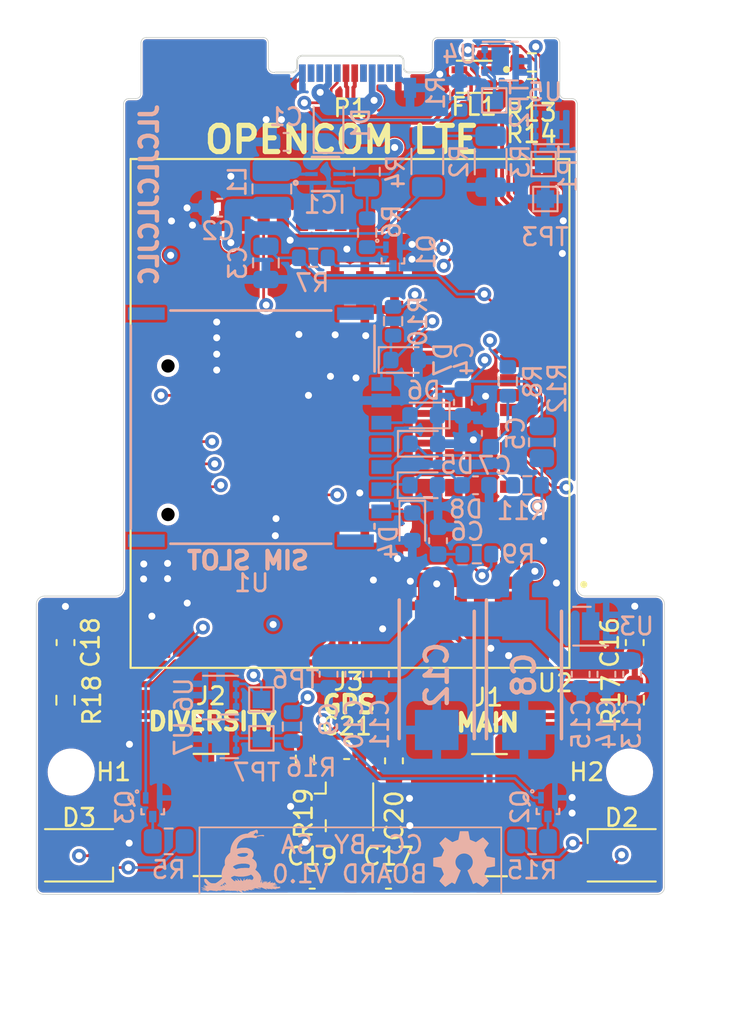
<source format=kicad_pcb>
(kicad_pcb (version 20221018) (generator pcbnew)

  (general
    (thickness 1.6)
  )

  (paper "A4")
  (layers
    (0 "F.Cu" signal)
    (1 "In1.Cu" signal)
    (2 "In2.Cu" signal)
    (31 "B.Cu" signal)
    (32 "B.Adhes" user "B.Adhesive")
    (33 "F.Adhes" user "F.Adhesive")
    (34 "B.Paste" user)
    (35 "F.Paste" user)
    (36 "B.SilkS" user "B.Silkscreen")
    (37 "F.SilkS" user "F.Silkscreen")
    (38 "B.Mask" user)
    (39 "F.Mask" user)
    (40 "Dwgs.User" user "User.Drawings")
    (41 "Cmts.User" user "User.Comments")
    (42 "Eco1.User" user "User.Eco1")
    (43 "Eco2.User" user "User.Eco2")
    (44 "Edge.Cuts" user)
    (45 "Margin" user)
    (46 "B.CrtYd" user "B.Courtyard")
    (47 "F.CrtYd" user "F.Courtyard")
    (48 "B.Fab" user)
    (49 "F.Fab" user)
    (50 "User.1" user)
    (51 "User.2" user)
    (52 "User.3" user)
    (53 "User.4" user)
    (54 "User.5" user)
    (55 "User.6" user)
    (56 "User.7" user)
    (57 "User.8" user)
    (58 "User.9" user)
  )

  (setup
    (stackup
      (layer "F.SilkS" (type "Top Silk Screen"))
      (layer "F.Paste" (type "Top Solder Paste"))
      (layer "F.Mask" (type "Top Solder Mask") (thickness 0.01))
      (layer "F.Cu" (type "copper") (thickness 0.035))
      (layer "dielectric 1" (type "prepreg") (thickness 0.1) (material "FR4") (epsilon_r 4.5) (loss_tangent 0.02))
      (layer "In1.Cu" (type "copper") (thickness 0.035))
      (layer "dielectric 2" (type "core") (thickness 1.24) (material "FR4") (epsilon_r 4.5) (loss_tangent 0.02))
      (layer "In2.Cu" (type "copper") (thickness 0.035))
      (layer "dielectric 3" (type "prepreg") (thickness 0.1) (material "FR4") (epsilon_r 4.5) (loss_tangent 0.02))
      (layer "B.Cu" (type "copper") (thickness 0.035))
      (layer "B.Mask" (type "Bottom Solder Mask") (thickness 0.01))
      (layer "B.Paste" (type "Bottom Solder Paste"))
      (layer "B.SilkS" (type "Bottom Silk Screen"))
      (copper_finish "None")
      (dielectric_constraints no)
    )
    (pad_to_mask_clearance 0)
    (pcbplotparams
      (layerselection 0x00010fc_ffffffff)
      (plot_on_all_layers_selection 0x0000000_00000000)
      (disableapertmacros false)
      (usegerberextensions false)
      (usegerberattributes true)
      (usegerberadvancedattributes true)
      (creategerberjobfile true)
      (dashed_line_dash_ratio 12.000000)
      (dashed_line_gap_ratio 3.000000)
      (svgprecision 4)
      (plotframeref false)
      (viasonmask false)
      (mode 1)
      (useauxorigin false)
      (hpglpennumber 1)
      (hpglpenspeed 20)
      (hpglpendiameter 15.000000)
      (dxfpolygonmode true)
      (dxfimperialunits true)
      (dxfusepcbnewfont true)
      (psnegative false)
      (psa4output false)
      (plotreference true)
      (plotvalue true)
      (plotinvisibletext false)
      (sketchpadsonfab false)
      (subtractmaskfromsilk false)
      (outputformat 1)
      (mirror false)
      (drillshape 1)
      (scaleselection 1)
      (outputdirectory "")
    )
  )

  (net 0 "")
  (net 1 "VBUS")
  (net 2 "GND")
  (net 3 "+3V8")
  (net 4 "/POWER_GOOD")
  (net 5 "/USIM_PRESENCE")
  (net 6 "/ANT_MAIN")
  (net 7 "/ANT_DIV")
  (net 8 "/ANT_GNSS")
  (net 9 "Net-(J3-In)")
  (net 10 "Net-(D1-A)")
  (net 11 "Net-(D2-K)")
  (net 12 "Net-(D3-K)")
  (net 13 "/USB_D+")
  (net 14 "/USB_D-")
  (net 15 "Net-(IC1-SW)")
  (net 16 "Net-(IC1-FB)")
  (net 17 "Net-(IC1-PG)")
  (net 18 "Net-(P1-CC)")
  (net 19 "unconnected-(P1-VCONN-PadB5)")
  (net 20 "Net-(Q1-B)")
  (net 21 "Net-(Q1-C)")
  (net 22 "/NETLIGHT")
  (net 23 "Net-(Q2-C)")
  (net 24 "/STATUS")
  (net 25 "Net-(Q3-C)")
  (net 26 "/USIM_RST")
  (net 27 "/USIM_CLK")
  (net 28 "/VDD_EXT")
  (net 29 "/USIM_DATA")
  (net 30 "Net-(R13-Pad1)")
  (net 31 "Net-(R14-Pad1)")
  (net 32 "Net-(R16-Pad2)")
  (net 33 "Net-(U2-USB_BOOT)")
  (net 34 "unconnected-(U1-VPP-PadC6)")
  (net 35 "unconnected-(U2-RESET_N-Pad17)")
  (net 36 "unconnected-(U2-PCM_DOUT-Pad7)")
  (net 37 "unconnected-(U2-PCM_DIN-Pad6)")
  (net 38 "unconnected-(U2-PCM_SYNC-Pad5)")
  (net 39 "unconnected-(U2-PCM_CLK-Pad4)")
  (net 40 "unconnected-(U2-RI-Pad39)")
  (net 41 "unconnected-(U2-DCD-Pad38)")
  (net 42 "unconnected-(U2-RTS-Pad37)")
  (net 43 "unconnected-(U2-CTS-Pad36)")
  (net 44 "unconnected-(U2-TXD-Pad35)")
  (net 45 "unconnected-(U2-RXD-Pad34)")
  (net 46 "unconnected-(U2-I2C_SCL-Pad40)")
  (net 47 "unconnected-(U2-I2C_SDA-Pad41)")
  (net 48 "unconnected-(U2-ADC0-Pad24)")
  (net 49 "unconnected-(U2-AP_READY-Pad19)")
  (net 50 "unconnected-(U2-DTR-Pad30)")
  (net 51 "unconnected-(U2-SPI_MISO-Pad28)")
  (net 52 "unconnected-(U2-SPI_MOSI-Pad27)")
  (net 53 "unconnected-(U2-SPI_CLK-Pad26)")
  (net 54 "unconnected-(U2-USIM2_RST-Pad85)")
  (net 55 "unconnected-(U2-USIM2_CLK-Pad84)")
  (net 56 "unconnected-(U2-USIM2_PRESENCE-Pad83)")
  (net 57 "unconnected-(U2-USIM2_DATA-Pad86)")
  (net 58 "unconnected-(U2-USIM2_VDD-Pad87)")
  (net 59 "/USIM_VDD")
  (net 60 "Net-(U1-RST)")
  (net 61 "Net-(U1-CLK)")
  (net 62 "Net-(U1-I{slash}O)")
  (net 63 "Net-(C17-Pad1)")
  (net 64 "Net-(C19-Pad1)")
  (net 65 "/USBC_D+")
  (net 66 "/USBC_D-")
  (net 67 "unconnected-(U2-RESERVED-Pad18)")
  (net 68 "unconnected-(U2-DBG_RXD-Pad22)")

  (footprint "CONSMA002-SMD:LINX_CONSMA002-SMD" (layer "F.Cu") (at 151.72 141.7))

  (footprint "Resistor_SMD:R_0603_1608Metric" (layer "F.Cu") (at 154.15 98.575 180))

  (footprint "Resistor_SMD:R_0603_1608Metric_Pad0.98x0.95mm_HandSolder" (layer "F.Cu") (at 160.05 135.1125 -90))

  (footprint "LED_SMD:LED_Cree-PLCC4_3.2x2.8mm_CCW" (layer "F.Cu") (at 128.2 144 180))

  (footprint "Capacitor_SMD:C_0603_1608Metric_Pad1.08x0.95mm_HandSolder" (layer "F.Cu") (at 146.25 138.5875 -90))

  (footprint "Resistor_SMD:R_0603_1608Metric_Pad0.98x0.95mm_HandSolder" (layer "F.Cu") (at 141.15 138.5375 -90))

  (footprint "Connector_USB:USB_C_Plug_Molex_105444" (layer "F.Cu") (at 143.75 99.15))

  (footprint "MountingHole:MountingHole_2.2mm_M2" (layer "F.Cu") (at 159.75 139.23))

  (footprint "LED_SMD:LED_Cree-PLCC4_3.2x2.8mm_CCW" (layer "F.Cu") (at 159.3 144))

  (footprint "CONSMA002-SMD:LINX_CONSMA002-SMD" (layer "F.Cu") (at 135.77 141.69))

  (footprint "Capacitor_SMD:C_0603_1608Metric_Pad1.08x0.95mm_HandSolder" (layer "F.Cu") (at 160.05 131.8125 90))

  (footprint "Capacitor_SMD:C_0603_1608Metric_Pad1.08x0.95mm_HandSolder" (layer "F.Cu") (at 141.5625 145.4))

  (footprint "Capacitor_SMD:C_0603_1608Metric_Pad1.08x0.95mm_HandSolder" (layer "F.Cu") (at 127.425 131.8125 90))

  (footprint "Capacitor_SMD:C_0603_1608Metric_Pad1.08x0.95mm_HandSolder" (layer "F.Cu") (at 145.9375 145.4 180))

  (footprint "Capacitor_SMD:C_0603_1608Metric_Pad1.08x0.95mm_HandSolder" (layer "F.Cu") (at 143.5375 137.975))

  (footprint "Resistor_SMD:R_0603_1608Metric_Pad0.98x0.95mm_HandSolder" (layer "F.Cu") (at 127.425 135.1125 -90))

  (footprint "MountingHole:MountingHole_2.2mm_M2" (layer "F.Cu") (at 127.75 139.23))

  (footprint "Resistor_SMD:R_0603_1608Metric" (layer "F.Cu") (at 154.15 100.05 180))

  (footprint "DLW21SN900SQ2L:FIL_DLW21SN900SQ2L" (layer "F.Cu") (at 150.85 99.4 180))

  (footprint "EG95:XCVR_EG95" (layer "F.Cu")
    (tstamp f851ed5b-4e23-405b-b1aa-e8d65dde7576)
    (at 143.73 118.685 180)
    (property "MANUFACTURER" "Quectel")
    (property "MAXIMUM_PACKAGE_HEIGHT" "2.5mm")
    (property "PARTREV" "1.5")
    (property "STANDARD" "Manufacturer Recommendations")
    (property "Sheetfile" "Roamer.kicad_sch")
    (property "Sheetname" "")
    (path "/e6a6b14f-fc94-4e9b-b34c-71e0e50cdc39")
    (attr smd)
    (fp_text reference "U2" (at -11.76 -15.445) (layer "F.SilkS")
        (effects (font (size 1 1) (thickness 0.153)))
      (tstamp 1d464947-5842-4187-a9bd-c30a4e55b624)
    )
    (fp_text value "EG95" (at -12.635 15.715) (layer "F.Fab")
        (effects (font (size 1 1) (thickness 0.15)))
      (tstamp 7b80973e-b338-4301-a0a8-35a68cefc798)
    )
    (fp_circle (center -5.95 -4.25) (end -5.478 -4.25)
      (stroke (width 0) (type solid)) (fill solid) (layer "F.Paste") (tstamp 67d3b74d-81a9-43e5-82a0-a58ecb94a205))
    (fp_circle (center -5.95 -2.55) (end -5.478 -2.55)
      (stroke (width 0) (type solid)) (fill solid) (layer "F.Paste") (tstamp 12d7749c-79c9-41a7-b0f5-19f3bfe17632))
    (fp_circle (center -5.95 -0.85) (end -5.478 -0.85)
      (stroke (width 0) (type solid)) (fill solid) (layer "F.Paste") (tstamp 4e384b70-bee1-4f3c-923a-35ca47ab2658))
    (fp_circle (center -5.95 0.85) (end -5.478 0.85)
      (stroke (width 0) (type solid)) (fill solid) (layer "F.Paste") (tstamp 6d05fc8f-1146-4558-87f4-124d02db3765))
    (fp_circle (center -5.95 2.55) (end -5.478 2.55)
      (stroke (width 0) (type solid)) (fill solid) (layer "F.Paste") (tstamp 357ed333-a131-4460-9f03-f99d16791163))
    (fp_circle (center -5.95 4.25) (end -5.478 4.25)
      (stroke (width 0) (type solid)) (fill solid) (layer "F.Paste") (tstamp 63f94867-3c9e-4667-930a-fee0f1e2ebe2))
    (fp_circle (center -4.25 -4.25) (end -3.778 -4.25)
      (stroke (width 0) (type solid)) (fill solid) (layer "F.Paste") (tstamp 13cc66c6-7510-4e83-a694-d08949b734e5))
    (fp_circle (center -4.25 -2.55) (end -3.778 -2.55)
      (stroke (width 0) (type solid)) (fill solid) (layer "F.Paste") (tstamp 8c7a9cf3-ddbd-4b7c-bebc-49031a5e6d73))
    (fp_circle (center -4.25 -0.85) (end -3.778 -0.85)
      (stroke (width 0) (type solid)) (fill solid) (layer "F.Paste") (tstamp 3d9d3b4e-af9b-4dbc-9336-c29b3746faba))
    (fp_circle (center -4.25 0.85) (end -3.778 0.85)
      (stroke (width 0) (type solid)) (fill solid) (layer "F.Paste") (tstamp 690ddcd6-4d8e-42c0-ad75-ff9db3797b01))
    (fp_circle (center -4.25 2.55) (end -3.778 2.55)
      (stroke (width 0) (type solid)) (fill solid) (layer "F.Paste") (tstamp 75b36f97-51b2-4f40-b557-750c42c33062))
    (fp_circle (center -4.25 4.25) (end -3.778 4.25)
      (stroke (width 0) (type solid)) (fill solid) (layer "F.Paste") (tstamp 4e758d36-1513-487c-9267-fc087fa18d60))
    (fp_circle (center -2.55 -7.65) (end -2.078 -7.65)
      (stroke (width 0) (type solid)) (fill solid) (layer "F.Paste") (tstamp 3633692c-49f1-42ca-94b0-b891b5a33b8a))
    (fp_circle (center -2.55 -5.95) (end -2.078 -5.95)
      (stroke (width 0) (type solid)) (fill solid) (layer "F.Paste") (tstamp daf7962a-2a44-472f-b9c9-8c84ea1849f8))
    (fp_circle (center -2.55 5.95) (end -2.078 5.95)
      (stroke (width 0) (type solid)) (fill solid) (layer "F.Paste") (tstamp 32fabbac-dc5d-4778-92ac-b5c62bce09fe))
    (fp_circle (center -2.55 7.65) (end -2.078 7.65)
      (stroke (width 0) (type solid)) (fill solid) (layer "F.Paste") (tstamp b9df1aa6-a689-4293-8753-7c59f8230178))
    (fp_circle (center -0.85 -7.65) (end -0.378 -7.65)
      (stroke (width 0) (type solid)) (fill solid) (layer "F.Paste") (tstamp 4d0be172-5136-470d-b73a-7a8cb51ed73c))
    (fp_circle (center -0.85 -5.95) (end -0.378 -5.95)
      (stroke (width 0) (type solid)) (fill solid) (layer "F.Paste") (tstamp e9ad7bc7-db7f-41e8-8090-37c9b439c87a))
    (fp_circle (center -0.85 5.95) (end -0.378 5.95)
      (stroke (width 0) (type solid)) (fill solid) (layer "F.Paste") (tstamp 4a30cd4e-e496-41e4-82a6-3686d3ecb188))
    (fp_circle (center -0.85 7.65) (end -0.378 7.65)
      (stroke (width 0) (type solid)) (fill solid) (layer "F.Paste") (tstamp 55b8e7ce-c026-444a-87d3-c25fb53b51c9))
    (fp_circle (center 0.85 -7.65) (end 1.322 -7.65)
      (stroke (width 0) (type solid)) (fill solid) (layer "F.Paste") (tstamp 32b20396-c9b0-4873-b9ba-fa2c66fc98d1))
    (fp_circle (center 0.85 -5.95) (end 1.322 -5.95)
      (stroke (width 0) (type solid)) (fill solid) (layer "F.Paste") (tstamp e03b0b90-06f2-4e0d-a234-628bf843efeb))
    (fp_circle (center 0.85 5.95) (end 1.322 5.95)
      (stroke (width 0) (type solid)) (fill solid) (layer "F.Paste") (tstamp 117ba3fd-2c95-455c-a1fb-79870f2b7c3e))
    (fp_circle (center 0.85 7.65) (end 1.322 7.65)
      (stroke (width 0) (type solid)) (fill solid) (layer "F.Paste") (tstamp 9cebe8bb-5944-4532-84f3-4db69cb5a267))
    (fp_circle (center 2.55 -7.65) (end 3.022 -7.65)
      (stroke (width 0) (type solid)) (fill solid) (layer "F.Paste") (tstamp 4591d32e-0bfd-40f2-a436-d8c4a8df7b9c))
    (fp_circle (center 2.55 -5.95) (end 3.022 -5.95)
      (stroke (width 0) (type solid)) (fill solid) (layer "F.Paste") (tstamp 27feb6eb-48a0-44e1-945e-be4be8aa40cb))
    (fp_circle (center 2.55 5.95) (end 3.022 5.95)
      (stroke (width 0) (type solid)) (fill solid) (layer "F.Paste") (tstamp d0d20436-b778-4fa3-9675-56b791c3d56f))
    (fp_circle (center 2.55 7.65) (end 3.022 7.65)
      (stroke (width 0) (type solid)) (fill solid) (layer "F.Paste") (tstamp defa867d-6b76-49c8-bb58-cf6b459a29a2))
    (fp_circle (center 4.25 -4.25) (end 4.722 -4.25)
      (stroke (width 0) (type solid)) (fill solid) (layer "F.Paste") (tstamp 025de2ef-81a6-402c-bdfe-0f3340f36076))
    (fp_circle (center 4.25 -2.55) (end 4.722 -2.55)
      (stroke (width 0) (type solid)) (fill solid) (layer "F.Paste") (tstamp 920f3030-f3a9-49d9-98b1-ba1e7a6cde5b))
    (fp_circle (center 4.25 -0.85) (end 4.722 -0.85)
      (stroke (width 0) (type solid)) (fill solid) (layer "F.Paste") (tstamp cf2d715c-b57e-4e29-b1b7-62efa84a9561))
    (fp_circle (center 4.25 0.85) (end 4.722 0.85)
      (stroke (width 0) (type solid)) (fill solid) (layer "F.Paste") (tstamp ca71414b-1dcf-458c-9ec7-99f7644ea8d3))
    (fp_circle (center 4.25 2.55) (end 4.722 2.55)
      (stroke (width 0) (type solid)) (fill solid) (layer "F.Paste") (tstamp c74df507-238b-4f61-b908-673a0ad914c0))
    (fp_circle (center 4.25 4.25) (end 4.722 4.25)
      (stroke (width 0) (type solid)) (fill solid) (layer "F.Paste") (tstamp 89941a95-52f2-4f01-b5ae-ea2ee97dc086))
    (fp_circle (center 5.95 -4.25) (end 6.422 -4.25)
      (stroke (width 0) (type solid)) (fill solid) (layer "F.Paste") (tstamp 464d7fed-1c31-488c-ad54-5f06dec5a552))
    (fp_circle (center 5.95 -2.55) (end 6.422 -2.55)
      (stroke (width 0) (type solid)) (fill solid) (layer "F.Paste") (tstamp 7989918b-1f57-4399-89ef-f58e0c36eb2c))
    (fp_circle (center 5.95 -0.85) (end 6.422 -0.85)
      (stroke (width 0) (type solid)) (fill solid) (layer "F.Paste") (tstamp 338601a2-47bf-49f9-ba85-32e5a710140d))
    (fp_circle (center 5.95 0.85) (end 6.422 0.85)
      (stroke (width 0) (type solid)) (fill solid) (layer "F.Paste") (tstamp 12da4203-b063-4a2b-968e-3657dc112560))
    (fp_circle (center 5.95 2.55) (end 6.422 2.55)
      (stroke (width 0) (type solid)) (fill solid) (layer "F.Paste") (tstamp 7f6528a6-3a92-4aca-ba64-fc076fca4400))
    (fp_circle (center 5.95 4.25) (end 6.422 4.25)
      (stroke (width 0) (type solid)) (fill solid) (layer "F.Paste") (tstamp faf3a879-e27f-4ff1-b81f-1530938d56fc))
    (fp_poly
      (pts
        (xy -11.66 -13.66)
        (xy -10.64 -13.66)
        (xy -10.64 -12.64)
        (xy -11.66 -12.64)
      )

      (stroke (width 0.01) (type solid)) (fill solid) (layer "F.Paste") (tstamp a4cf9f7c-fc80-4a6e-8aed-8618a06b9c70))
    (fp_poly
      (pts
        (xy -10.54 13.56)
        (xy -10.78 13.56)
        (xy -11.56 12.78)
        (xy -11.56 12.54)
        (xy -10.54 12.54)
      )

      (stroke (width 0.0001) (type solid)) (fill solid) (layer "F.Paste") (tstamp 36e8bdf4-fab0-480a-ae07-fd85752c3d27))
    (fp_poly
      (pts
        (xy -10.54 13.56)
        (xy -10.78 13.56)
        (xy -11.56 12.78)
        (xy -11.56 12.54)
        (xy -10.54 12.54)
      )

      (stroke (width 0.0001) (type solid)) (fill solid) (layer "F.Paste") (tstamp fb33d6b7-c026-42c4-b8ab-e0e13b2d656e))
    (fp_poly
      (pts
        (xy 10.54 -13.56)
        (xy 10.78 -13.56)
        (xy 11.56 -12.78)
        (xy 11.56 -12.54)
        (xy 10.54 -12.54)
      )

      (stroke (width 0.0001) (type solid)) (fill solid) (layer "F.Paste") (tstamp 74c62a22-a856-4ac7-bb7a-1febdc12e728))
    (fp_poly
      (pts
        (xy 10.54 13.56)
        (xy 10.78 13.56)
        (xy 11.56 12.78)
        (xy 11.56 12.54)
        (xy 10.54 12.54)
      )

      (stroke (width 0.0001) (type solid)) (fill solid) (layer "F.Paste") (tstamp c4360858-c8a5-42dc-836e-f31e91c33908))
    (fp_poly
      (pts
        (xy -9.525 -9.98)
        (xy -8.825 -9.98)
        (xy -8.819 -9.98)
        (xy -8.814 -9.979)
        (xy -8.808 -9.979)
        (xy -8.802 -9.978)
        (xy -8.797 -9.976)
        (xy -8.791 -9.975)
        (xy -8.786 -9.973)
        (xy -8.78 -9.97)
        (xy -8.775 -9.968)
        (xy -8.77 -9.965)
        (xy -8.765 -9.962)
        (xy -8.76 -9.959)
        (xy -8.756 -9.955)
        (xy -8.751 -9.952)
        (xy -8.747 -9.948)
        (xy -8.743 -9.944)
        (xy -8.74 -9.939)
        (xy -8.736 -9.935)
        (xy -8.733 -9.93)
        (xy -8.73 -9.925)
        (xy -8.727 -9.92)
        (xy -8.725 -9.915)
        (xy -8.722 -9.909)
        (xy -8.72 -9.904)
        (xy -8.719 -9.898)
        (xy -8.717 -9.893)
        (xy -8.716 -9.887)
        (xy -8.716 -9.881)
        (xy -8.715 -9.876)
        (xy -8.715 -9.87)
        (xy -8.715 -9.53)
        (xy -8.715 -9.524)
        (xy -8.716 -9.519)
        (xy -8.716 -9.513)
        (xy -8.717 -9.507)
        (xy -8.719 -9.502)
        (xy -8.72 -9.496)
        (xy -8.722 -9.491)
        (xy -8.725 -9.485)
        (xy -8.727 -9.48)
        (xy -8.73 -9.475)
        (xy -8.733 -9.47)
        (xy -8.736 -9.465)
        (xy -8.74 -9.461)
        (xy -8.743 -9.456)
        (xy -8.747 -9.452)
        (xy -8.751 -9.448)
        (xy -8.756 -9.445)
        (xy -8.76 -9.441)
        (xy -8.765 -9.438)
        (xy -8.77 -9.435)
        (xy -8.775 -9.432)
        (xy -8.78 -9.43)
        (xy -8.786 -9.427)
        (xy -8.791 -9.425)
        (xy -8.797 -9.424)
        (xy -8.802 -9.422)
        (xy -8.808 -9.421)
        (xy -8.814 -9.421)
        (xy -8.819 -9.42)
        (xy -8.825 -9.42)
        (xy -9.525 -9.42)
        (xy -9.531 -9.42)
        (xy -9.536 -9.421)
        (xy -9.542 -9.421)
        (xy -9.548 -9.422)
        (xy -9.553 -9.424)
        (xy -9.559 -9.425)
        (xy -9.564 -9.427)
        (xy -9.57 -9.43)
        (xy -9.575 -9.432)
        (xy -9.58 -9.435)
        (xy -9.585 -9.438)
        (xy -9.59 -9.441)
        (xy -9.594 -9.445)
        (xy -9.599 -9.448)
        (xy -9.603 -9.452)
        (xy -9.607 -9.456)
        (xy -9.61 -9.461)
        (xy -9.614 -9.465)
        (xy -9.617 -9.47)
        (xy -9.62 -9.475)
        (xy -9.623 -9.48)
        (xy -9.625 -9.485)
        (xy -9.628 -9.491)
        (xy -9.63 -9.496)
        (xy -9.631 -9.502)
        (xy -9.633 -9.507)
        (xy -9.634 -9.513)
        (xy -9.634 -9.519)
        (xy -9.635 -9.524)
        (xy -9.635 -9.53)
        (xy -9.635 -9.87)
        (xy -9.635 -9.876)
        (xy -9.634 -9.881)
        (xy -9.634 -9.887)
        (xy -9.633 -9.893)
        (xy -9.631 -9.898)
        (xy -9.63 -9.904)
        (xy -9.628 -9.909)
        (xy -9.625 -9.915)
        (xy -9.623 -9.92)
        (xy -9.62 -9.925)
        (xy -9.617 -9.93)
        (xy -9.614 -9.935)
        (xy -9.61 -9.939)
        (xy -9.607 -9.944)
        (xy -9.603 -9.948)
        (xy -9.599 -9.952)
        (xy -9.594 -9.955)
        (xy -9.59 -9.959)
        (xy -9.585 -9.962)
        (xy -9.58 -9.965)
        (xy -9.575 -9.968)
        (xy -9.57 -9.97)
        (xy -9.564 -9.973)
        (xy -9.559 -9.975)
        (xy -9.553 -9.976)
        (xy -9.548 -9.978)
        (xy -9.542 -9.979)
        (xy -9.536 -9.979)
        (xy -9.531 -9.98)
        (xy -9.525 -9.98)
      )

      (stroke (width 0.0001) (type solid)) (fill solid) (layer "F.Paste") (tstamp 381fb920-c57b-4d2c-bff1-181bec3e7f23))
    (fp_poly
      (pts
        (xy -9.525 -8.88)
        (xy -8.825 -8.88)
        (xy -8.819 -8.88)
        (xy -8.814 -8.879)
        (xy -8.808 -8.879)
        (xy -8.802 -8.878)
        (xy -8.797 -8.876)
        (xy -8.791 -8.875)
        (xy -8.786 -8.873)
        (xy -8.78 -8.87)
        (xy -8.775 -8.868)
        (xy -8.77 -8.865)
        (xy -8.765 -8.862)
        (xy -8.76 -8.859)
        (xy -8.756 -8.855)
        (xy -8.751 -8.852)
        (xy -8.747 -8.848)
        (xy -8.743 -8.844)
        (xy -8.74 -8.839)
        (xy -8.736 -8.835)
        (xy -8.733 -8.83)
        (xy -8.73 -8.825)
        (xy -8.727 -8.82)
        (xy -8.725 -8.815)
        (xy -8.722 -8.809)
        (xy -8.72 -8.804)
        (xy -8.719 -8.798)
        (xy -8.717 -8.793)
        (xy -8.716 -8.787)
        (xy -8.716 -8.781)
        (xy -8.715 -8.776)
        (xy -8.715 -8.77)
        (xy -8.715 -8.43)
        (xy -8.715 -8.424)
        (xy -8.716 -8.419)
        (xy -8.716 -8.413)
        (xy -8.717 -8.407)
        (xy -8.719 -8.402)
        (xy -8.72 -8.396)
        (xy -8.722 -8.391)
        (xy -8.725 -8.385)
        (xy -8.727 -8.38)
        (xy -8.73 -8.375)
        (xy -8.733 -8.37)
        (xy -8.736 -8.365)
        (xy -8.74 -8.361)
        (xy -8.743 -8.356)
        (xy -8.747 -8.352)
        (xy -8.751 -8.348)
        (xy -8.756 -8.345)
        (xy -8.76 -8.341)
        (xy -8.765 -8.338)
        (xy -8.77 -8.335)
        (xy -8.775 -8.332)
        (xy -8.78 -8.33)
        (xy -8.786 -8.327)
        (xy -8.791 -8.325)
        (xy -8.797 -8.324)
        (xy -8.802 -8.322)
        (xy -8.808 -8.321)
        (xy -8.814 -8.321)
        (xy -8.819 -8.32)
        (xy -8.825 -8.32)
        (xy -9.525 -8.32)
        (xy -9.531 -8.32)
        (xy -9.536 -8.321)
        (xy -9.542 -8.321)
        (xy -9.548 -8.322)
        (xy -9.553 -8.324)
        (xy -9.559 -8.325)
        (xy -9.564 -8.327)
        (xy -9.57 -8.33)
        (xy -9.575 -8.332)
        (xy -9.58 -8.335)
        (xy -9.585 -8.338)
        (xy -9.59 -8.341)
        (xy -9.594 -8.345)
        (xy -9.599 -8.348)
        (xy -9.603 -8.352)
        (xy -9.607 -8.356)
        (xy -9.61 -8.361)
        (xy -9.614 -8.365)
        (xy -9.617 -8.37)
        (xy -9.62 -8.375)
        (xy -9.623 -8.38)
        (xy -9.625 -8.385)
        (xy -9.628 -8.391)
        (xy -9.63 -8.396)
        (xy -9.631 -8.402)
        (xy -9.633 -8.407)
        (xy -9.634 -8.413)
        (xy -9.634 -8.419)
        (xy -9.635 -8.424)
        (xy -9.635 -8.43)
        (xy -9.635 -8.77)
        (xy -9.635 -8.776)
        (xy -9.634 -8.781)
        (xy -9.634 -8.787)
        (xy -9.633 -8.793)
        (xy -9.631 -8.798)
        (xy -9.63 -8.804)
        (xy -9.628 -8.809)
        (xy -9.625 -8.815)
        (xy -9.623 -8.82)
        (xy -9.62 -8.825)
        (xy -9.617 -8.83)
        (xy -9.614 -8.835)
        (xy -9.61 -8.839)
        (xy -9.607 -8.844)
        (xy -9.603 -8.848)
        (xy -9.599 -8.852)
        (xy -9.594 -8.855)
        (xy -9.59 -8.859)
        (xy -9.585 -8.862)
        (xy -9.58 -8.865)
        (xy -9.575 -8.868)
        (xy -9.57 -8.87)
        (xy -9.564 -8.873)
        (xy -9.559 -8.875)
        (xy -9.553 -8.876)
        (xy -9.548 -8.878)
        (xy -9.542 -8.879)
        (xy -9.536 -8.879)
        (xy -9.531 -8.88)
        (xy -9.525 -8.88)
      )

      (stroke (width 0.0001) (type solid)) (fill solid) (layer "F.Paste") (tstamp 15a79106-df97-4493-8a49-601ca5566463))
    (fp_poly
      (pts
        (xy -9.525 -7.78)
        (xy -8.825 -7.78)
        (xy -8.819 -7.78)
        (xy -8.814 -7.779)
        (xy -8.808 -7.779)
        (xy -8.802 -7.778)
        (xy -8.797 -7.776)
        (xy -8.791 -7.775)
        (xy -8.786 -7.773)
        (xy -8.78 -7.77)
        (xy -8.775 -7.768)
        (xy -8.77 -7.765)
        (xy -8.765 -7.762)
        (xy -8.76 -7.759)
        (xy -8.756 -7.755)
        (xy -8.751 -7.752)
        (xy -8.747 -7.748)
        (xy -8.743 -7.744)
        (xy -8.74 -7.739)
        (xy -8.736 -7.735)
        (xy -8.733 -7.73)
        (xy -8.73 -7.725)
        (xy -8.727 -7.72)
        (xy -8.725 -7.715)
        (xy -8.722 -7.709)
        (xy -8.72 -7.704)
        (xy -8.719 -7.698)
        (xy -8.717 -7.693)
        (xy -8.716 -7.687)
        (xy -8.716 -7.681)
        (xy -8.715 -7.676)
        (xy -8.715 -7.67)
        (xy -8.715 -7.33)
        (xy -8.715 -7.324)
        (xy -8.716 -7.319)
        (xy -8.716 -7.313)
        (xy -8.717 -7.307)
        (xy -8.719 -7.302)
        (xy -8.72 -7.296)
        (xy -8.722 -7.291)
        (xy -8.725 -7.285)
        (xy -8.727 -7.28)
        (xy -8.73 -7.275)
        (xy -8.733 -7.27)
        (xy -8.736 -7.265)
        (xy -8.74 -7.261)
        (xy -8.743 -7.256)
        (xy -8.747 -7.252)
        (xy -8.751 -7.248)
        (xy -8.756 -7.245)
        (xy -8.76 -7.241)
        (xy -8.765 -7.238)
        (xy -8.77 -7.235)
        (xy -8.775 -7.232)
        (xy -8.78 -7.23)
        (xy -8.786 -7.227)
        (xy -8.791 -7.225)
        (xy -8.797 -7.224)
        (xy -8.802 -7.222)
        (xy -8.808 -7.221)
        (xy -8.814 -7.221)
        (xy -8.819 -7.22)
        (xy -8.825 -7.22)
        (xy -9.525 -7.22)
        (xy -9.531 -7.22)
        (xy -9.536 -7.221)
        (xy -9.542 -7.221)
        (xy -9.548 -7.222)
        (xy -9.553 -7.224)
        (xy -9.559 -7.225)
        (xy -9.564 -7.227)
        (xy -9.57 -7.23)
        (xy -9.575 -7.232)
        (xy -9.58 -7.235)
        (xy -9.585 -7.238)
        (xy -9.59 -7.241)
        (xy -9.594 -7.245)
        (xy -9.599 -7.248)
        (xy -9.603 -7.252)
        (xy -9.607 -7.256)
        (xy -9.61 -7.261)
        (xy -9.614 -7.265)
        (xy -9.617 -7.27)
        (xy -9.62 -7.275)
        (xy -9.623 -7.28)
        (xy -9.625 -7.285)
        (xy -9.628 -7.291)
        (xy -9.63 -7.296)
        (xy -9.631 -7.302)
        (xy -9.633 -7.307)
        (xy -9.634 -7.313)
        (xy -9.634 -7.319)
        (xy -9.635 -7.324)
        (xy -9.635 -7.33)
        (xy -9.635 -7.67)
        (xy -9.635 -7.676)
        (xy -9.634 -7.681)
        (xy -9.634 -7.687)
        (xy -9.633 -7.693)
        (xy -9.631 -7.698)
        (xy -9.63 -7.704)
        (xy -9.628 -7.709)
        (xy -9.625 -7.715)
        (xy -9.623 -7.72)
        (xy -9.62 -7.725)
        (xy -9.617 -7.73)
        (xy -9.614 -7.735)
        (xy -9.61 -7.739)
        (xy -9.607 -7.744)
        (xy -9.603 -7.748)
        (xy -9.599 -7.752)
        (xy -9.594 -7.755)
        (xy -9.59 -7.759)
        (xy -9.585 -7.762)
        (xy -9.58 -7.765)
        (xy -9.575 -7.768)
        (xy -9.57 -7.77)
        (xy -9.564 -7.773)
        (xy -9.559 -7.775)
        (xy -9.553 -7.776)
        (xy -9.548 -7.778)
        (xy -9.542 -7.779)
        (xy -9.536 -7.779)
        (xy -9.531 -7.78)
        (xy -9.525 -7.78)
      )

      (stroke (width 0.0001) (type solid)) (fill solid) (layer "F.Paste") (tstamp 0c575af3-6ed1-46a3-bfde-38643bb7e524))
    (fp_poly
      (pts
        (xy -9.525 -6.68)
        (xy -8.825 -6.68)
        (xy -8.819 -6.68)
        (xy -8.814 -6.679)
        (xy -8.808 -6.679)
        (xy -8.802 -6.678)
        (xy -8.797 -6.676)
        (xy -8.791 -6.675)
        (xy -8.786 -6.673)
        (xy -8.78 -6.67)
        (xy -8.775 -6.668)
        (xy -8.77 -6.665)
        (xy -8.765 -6.662)
        (xy -8.76 -6.659)
        (xy -8.756 -6.655)
        (xy -8.751 -6.652)
        (xy -8.747 -6.648)
        (xy -8.743 -6.644)
        (xy -8.74 -6.639)
        (xy -8.736 -6.635)
        (xy -8.733 -6.63)
        (xy -8.73 -6.625)
        (xy -8.727 -6.62)
        (xy -8.725 -6.615)
        (xy -8.722 -6.609)
        (xy -8.72 -6.604)
        (xy -8.719 -6.598)
        (xy -8.717 -6.593)
        (xy -8.716 -6.587)
        (xy -8.716 -6.581)
        (xy -8.715 -6.576)
        (xy -8.715 -6.57)
        (xy -8.715 -6.23)
        (xy -8.715 -6.224)
        (xy -8.716 -6.219)
        (xy -8.716 -6.213)
        (xy -8.717 -6.207)
        (xy -8.719 -6.202)
        (xy -8.72 -6.196)
        (xy -8.722 -6.191)
        (xy -8.725 -6.185)
        (xy -8.727 -6.18)
        (xy -8.73 -6.175)
        (xy -8.733 -6.17)
        (xy -8.736 -6.165)
        (xy -8.74 -6.161)
        (xy -8.743 -6.156)
        (xy -8.747 -6.152)
        (xy -8.751 -6.148)
        (xy -8.756 -6.145)
        (xy -8.76 -6.141)
        (xy -8.765 -6.138)
        (xy -8.77 -6.135)
        (xy -8.775 -6.132)
        (xy -8.78 -6.13)
        (xy -8.786 -6.127)
        (xy -8.791 -6.125)
        (xy -8.797 -6.124)
        (xy -8.802 -6.122)
        (xy -8.808 -6.121)
        (xy -8.814 -6.121)
        (xy -8.819 -6.12)
        (xy -8.825 -6.12)
        (xy -9.525 -6.12)
        (xy -9.531 -6.12)
        (xy -9.536 -6.121)
        (xy -9.542 -6.121)
        (xy -9.548 -6.122)
        (xy -9.553 -6.124)
        (xy -9.559 -6.125)
        (xy -9.564 -6.127)
        (xy -9.57 -6.13)
        (xy -9.575 -6.132)
        (xy -9.58 -6.135)
        (xy -9.585 -6.138)
        (xy -9.59 -6.141)
        (xy -9.594 -6.145)
        (xy -9.599 -6.148)
        (xy -9.603 -6.152)
        (xy -9.607 -6.156)
        (xy -9.61 -6.161)
        (xy -9.614 -6.165)
        (xy -9.617 -6.17)
        (xy -9.62 -6.175)
        (xy -9.623 -6.18)
        (xy -9.625 -6.185)
        (xy -9.628 -6.191)
        (xy -9.63 -6.196)
        (xy -9.631 -6.202)
        (xy -9.633 -6.207)
        (xy -9.634 -6.213)
        (xy -9.634 -6.219)
        (xy -9.635 -6.224)
        (xy -9.635 -6.23)
        (xy -9.635 -6.57)
        (xy -9.635 -6.576)
        (xy -9.634 -6.581)
        (xy -9.634 -6.587)
        (xy -9.633 -6.593)
        (xy -9.631 -6.598)
        (xy -9.63 -6.604)
        (xy -9.628 -6.609)
        (xy -9.625 -6.615)
        (xy -9.623 -6.62)
        (xy -9.62 -6.625)
        (xy -9.617 -6.63)
        (xy -9.614 -6.635)
        (xy -9.61 -6.639)
        (xy -9.607 -6.644)
        (xy -9.603 -6.648)
        (xy -9.599 -6.652)
        (xy -9.594 -6.655)
        (xy -9.59 -6.659)
        (xy -9.585 -6.662)
        (xy -9.58 -6.665)
        (xy -9.575 -6.668)
        (xy -9.57 -6.67)
        (xy -9.564 -6.673)
        (xy -9.559 -6.675)
        (xy -9.553 -6.676)
        (xy -9.548 -6.678)
        (xy -9.542 -6.679)
        (xy -9.536 -6.679)
        (xy -9.531 -6.68)
        (xy -9.525 -6.68)
      )

      (stroke (width 0.0001) (type solid)) (fill solid) (layer "F.Paste") (tstamp 4a9d6eca-1bec-49f3-8d4a-6444aca6165c))
    (fp_poly
      (pts
        (xy -9.525 -5.58)
        (xy -8.825 -5.58)
        (xy -8.819 -5.58)
        (xy -8.814 -5.579)
        (xy -8.808 -5.579)
        (xy -8.802 -5.578)
        (xy -8.797 -5.576)
        (xy -8.791 -5.575)
        (xy -8.786 -5.573)
        (xy -8.78 -5.57)
        (xy -8.775 -5.568)
        (xy -8.77 -5.565)
        (xy -8.765 -5.562)
        (xy -8.76 -5.559)
        (xy -8.756 -5.555)
        (xy -8.751 -5.552)
        (xy -8.747 -5.548)
        (xy -8.743 -5.544)
        (xy -8.74 -5.539)
        (xy -8.736 -5.535)
        (xy -8.733 -5.53)
        (xy -8.73 -5.525)
        (xy -8.727 -5.52)
        (xy -8.725 -5.515)
        (xy -8.722 -5.509)
        (xy -8.72 -5.504)
        (xy -8.719 -5.498)
        (xy -8.717 -5.493)
        (xy -8.716 -5.487)
        (xy -8.716 -5.481)
        (xy -8.715 -5.476)
        (xy -8.715 -5.47)
        (xy -8.715 -5.13)
        (xy -8.715 -5.124)
        (xy -8.716 -5.119)
        (xy -8.716 -5.113)
        (xy -8.717 -5.107)
        (xy -8.719 -5.102)
        (xy -8.72 -5.096)
        (xy -8.722 -5.091)
        (xy -8.725 -5.085)
        (xy -8.727 -5.08)
        (xy -8.73 -5.075)
        (xy -8.733 -5.07)
        (xy -8.736 -5.065)
        (xy -8.74 -5.061)
        (xy -8.743 -5.056)
        (xy -8.747 -5.052)
        (xy -8.751 -5.048)
        (xy -8.756 -5.045)
        (xy -8.76 -5.041)
        (xy -8.765 -5.038)
        (xy -8.77 -5.035)
        (xy -8.775 -5.032)
        (xy -8.78 -5.03)
        (xy -8.786 -5.027)
        (xy -8.791 -5.025)
        (xy -8.797 -5.024)
        (xy -8.802 -5.022)
        (xy -8.808 -5.021)
        (xy -8.814 -5.021)
        (xy -8.819 -5.02)
        (xy -8.825 -5.02)
        (xy -9.525 -5.02)
        (xy -9.531 -5.02)
        (xy -9.536 -5.021)
        (xy -9.542 -5.021)
        (xy -9.548 -5.022)
        (xy -9.553 -5.024)
        (xy -9.559 -5.025)
        (xy -9.564 -5.027)
        (xy -9.57 -5.03)
        (xy -9.575 -5.032)
        (xy -9.58 -5.035)
        (xy -9.585 -5.038)
        (xy -9.59 -5.041)
        (xy -9.594 -5.045)
        (xy -9.599 -5.048)
        (xy -9.603 -5.052)
        (xy -9.607 -5.056)
        (xy -9.61 -5.061)
        (xy -9.614 -5.065)
        (xy -9.617 -5.07)
        (xy -9.62 -5.075)
        (xy -9.623 -5.08)
        (xy -9.625 -5.085)
        (xy -9.628 -5.091)
        (xy -9.63 -5.096)
        (xy -9.631 -5.102)
        (xy -9.633 -5.107)
        (xy -9.634 -5.113)
        (xy -9.634 -5.119)
        (xy -9.635 -5.124)
        (xy -9.635 -5.13)
        (xy -9.635 -5.47)
        (xy -9.635 -5.476)
        (xy -9.634 -5.481)
        (xy -9.634 -5.487)
        (xy -9.633 -5.493)
        (xy -9.631 -5.498)
        (xy -9.63 -5.504)
        (xy -9.628 -5.509)
        (xy -9.625 -5.515)
        (xy -9.623 -5.52)
        (xy -9.62 -5.525)
        (xy -9.617 -5.53)
        (xy -9.614 -5.535)
        (xy -9.61 -5.539)
        (xy -9.607 -5.544)
        (xy -9.603 -5.548)
        (xy -9.599 -5.552)
        (xy -9.594 -5.555)
        (xy -9.59 -5.559)
        (xy -9.585 -5.562)
        (xy -9.58 -5.565)
        (xy -9.575 -5.568)
        (xy -9.57 -5.57)
        (xy -9.564 -5.573)
        (xy -9.559 -5.575)
        (xy -9.553 -5.576)
        (xy -9.548 -5.578)
        (xy -9.542 -5.579)
        (xy -9.536 -5.579)
        (xy -9.531 -5.58)
        (xy -9.525 -5.58)
      )

      (stroke (width 0.0001) (type solid)) (fill solid) (layer "F.Paste") (tstamp e40f3414-f91c-4fbd-a4de-8dc5493441cf))
    (fp_poly
      (pts
        (xy -9.525 -4.48)
        (xy -8.825 -4.48)
        (xy -8.819 -4.48)
        (xy -8.814 -4.479)
        (xy -8.808 -4.479)
        (xy -8.802 -4.478)
        (xy -8.797 -4.476)
        (xy -8.791 -4.475)
        (xy -8.786 -4.473)
        (xy -8.78 -4.47)
        (xy -8.775 -4.468)
        (xy -8.77 -4.465)
        (xy -8.765 -4.462)
        (xy -8.76 -4.459)
        (xy -8.756 -4.455)
        (xy -8.751 -4.452)
        (xy -8.747 -4.448)
        (xy -8.743 -4.444)
        (xy -8.74 -4.439)
        (xy -8.736 -4.435)
        (xy -8.733 -4.43)
        (xy -8.73 -4.425)
        (xy -8.727 -4.42)
        (xy -8.725 -4.415)
        (xy -8.722 -4.409)
        (xy -8.72 -4.404)
        (xy -8.719 -4.398)
        (xy -8.717 -4.393)
        (xy -8.716 -4.387)
        (xy -8.716 -4.381)
        (xy -8.715 -4.376)
        (xy -8.715 -4.37)
        (xy -8.715 -4.03)
        (xy -8.715 -4.024)
        (xy -8.716 -4.019)
        (xy -8.716 -4.013)
        (xy -8.717 -4.007)
        (xy -8.719 -4.002)
        (xy -8.72 -3.996)
        (xy -8.722 -3.991)
        (xy -8.725 -3.985)
        (xy -8.727 -3.98)
        (xy -8.73 -3.975)
        (xy -8.733 -3.97)
        (xy -8.736 -3.965)
        (xy -8.74 -3.961)
        (xy -8.743 -3.956)
        (xy -8.747 -3.952)
        (xy -8.751 -3.948)
        (xy -8.756 -3.945)
        (xy -8.76 -3.941)
        (xy -8.765 -3.938)
        (xy -8.77 -3.935)
        (xy -8.775 -3.932)
        (xy -8.78 -3.93)
        (xy -8.786 -3.927)
        (xy -8.791 -3.925)
        (xy -8.797 -3.924)
        (xy -8.802 -3.922)
        (xy -8.808 -3.921)
        (xy -8.814 -3.921)
        (xy -8.819 -3.92)
        (xy -8.825 -3.92)
        (xy -9.525 -3.92)
        (xy -9.531 -3.92)
        (xy -9.536 -3.921)
        (xy -9.542 -3.921)
        (xy -9.548 -3.922)
        (xy -9.553 -3.924)
        (xy -9.559 -3.925)
        (xy -9.564 -3.927)
        (xy -9.57 -3.93)
        (xy -9.575 -3.932)
        (xy -9.58 -3.935)
        (xy -9.585 -3.938)
        (xy -9.59 -3.941)
        (xy -9.594 -3.945)
        (xy -9.599 -3.948)
        (xy -9.603 -3.952)
        (xy -9.607 -3.956)
        (xy -9.61 -3.961)
        (xy -9.614 -3.965)
        (xy -9.617 -3.97)
        (xy -9.62 -3.975)
        (xy -9.623 -3.98)
        (xy -9.625 -3.985)
        (xy -9.628 -3.991)
        (xy -9.63 -3.996)
        (xy -9.631 -4.002)
        (xy -9.633 -4.007)
        (xy -9.634 -4.013)
        (xy -9.634 -4.019)
        (xy -9.635 -4.024)
        (xy -9.635 -4.03)
        (xy -9.635 -4.37)
        (xy -9.635 -4.376)
        (xy -9.634 -4.381)
        (xy -9.634 -4.387)
        (xy -9.633 -4.393)
        (xy -9.631 -4.398)
        (xy -9.63 -4.404)
        (xy -9.628 -4.409)
        (xy -9.625 -4.415)
        (xy -9.623 -4.42)
        (xy -9.62 -4.425)
        (xy -9.617 -4.43)
        (xy -9.614 -4.435)
        (xy -9.61 -4.439)
        (xy -9.607 -4.444)
        (xy -9.603 -4.448)
        (xy -9.599 -4.452)
        (xy -9.594 -4.455)
        (xy -9.59 -4.459)
        (xy -9.585 -4.462)
        (xy -9.58 -4.465)
        (xy -9.575 -4.468)
        (xy -9.57 -4.47)
        (xy -9.564 -4.473)
        (xy -9.559 -4.475)
        (xy -9.553 -4.476)
        (xy -9.548 -4.478)
        (xy -9.542 -4.479)
        (xy -9.536 -4.479)
        (xy -9.531 -4.48)
        (xy -9.525 -4.48)
      )

      (stroke (width 0.0001) (type solid)) (fill solid) (layer "F.Paste") (tstamp 632251aa-57d5-41fd-a286-0fe541e8b458))
    (fp_poly
      (pts
        (xy -9.525 -3.38)
        (xy -8.825 -3.38)
        (xy -8.819 -3.38)
        (xy -8.814 -3.379)
        (xy -8.808 -3.379)
        (xy -8.802 -3.378)
        (xy -8.797 -3.376)
        (xy -8.791 -3.375)
        (xy -8.786 -3.373)
        (xy -8.78 -3.37)
        (xy -8.775 -3.368)
        (xy -8.77 -3.365)
        (xy -8.765 -3.362)
        (xy -8.76 -3.359)
        (xy -8.756 -3.355)
        (xy -8.751 -3.352)
        (xy -8.747 -3.348)
        (xy -8.743 -3.344)
        (xy -8.74 -3.339)
        (xy -8.736 -3.335)
        (xy -8.733 -3.33)
        (xy -8.73 -3.325)
        (xy -8.727 -3.32)
        (xy -8.725 -3.315)
        (xy -8.722 -3.309)
        (xy -8.72 -3.304)
        (xy -8.719 -3.298)
        (xy -8.717 -3.293)
        (xy -8.716 -3.287)
        (xy -8.716 -3.281)
        (xy -8.715 -3.276)
        (xy -8.715 -3.27)
        (xy -8.715 -2.93)
        (xy -8.715 -2.924)
        (xy -8.716 -2.919)
        (xy -8.716 -2.913)
        (xy -8.717 -2.907)
        (xy -8.719 -2.902)
        (xy -8.72 -2.896)
        (xy -8.722 -2.891)
        (xy -8.725 -2.885)
        (xy -8.727 -2.88)
        (xy -8.73 -2.875)
        (xy -8.733 -2.87)
        (xy -8.736 -2.865)
        (xy -8.74 -2.861)
        (xy -8.743 -2.856)
        (xy -8.747 -2.852)
        (xy -8.751 -2.848)
        (xy -8.756 -2.845)
        (xy -8.76 -2.841)
        (xy -8.765 -2.838)
        (xy -8.77 -2.835)
        (xy -8.775 -2.832)
        (xy -8.78 -2.83)
        (xy -8.786 -2.827)
        (xy -8.791 -2.825)
        (xy -8.797 -2.824)
        (xy -8.802 -2.822)
        (xy -8.808 -2.821)
        (xy -8.814 -2.821)
        (xy -8.819 -2.82)
        (xy -8.825 -2.82)
        (xy -9.525 -2.82)
        (xy -9.531 -2.82)
        (xy -9.536 -2.821)
        (xy -9.542 -2.821)
        (xy -9.548 -2.822)
        (xy -9.553 -2.824)
        (xy -9.559 -2.825)
        (xy -9.564 -2.827)
        (xy -9.57 -2.83)
        (xy -9.575 -2.832)
        (xy -9.58 -2.835)
        (xy -9.585 -2.838)
        (xy -9.59 -2.841)
        (xy -9.594 -2.845)
        (xy -9.599 -2.848)
        (xy -9.603 -2.852)
        (xy -9.607 -2.856)
        (xy -9.61 -2.861)
        (xy -9.614 -2.865)
        (xy -9.617 -2.87)
        (xy -9.62 -2.875)
        (xy -9.623 -2.88)
        (xy -9.625 -2.885)
        (xy -9.628 -2.891)
        (xy -9.63 -2.896)
        (xy -9.631 -2.902)
        (xy -9.633 -2.907)
        (xy -9.634 -2.913)
        (xy -9.634 -2.919)
        (xy -9.635 -2.924)
        (xy -9.635 -2.93)
        (xy -9.635 -3.27)
        (xy -9.635 -3.276)
        (xy -9.634 -3.281)
        (xy -9.634 -3.287)
        (xy -9.633 -3.293)
        (xy -9.631 -3.298)
        (xy -9.63 -3.304)
        (xy -9.628 -3.309)
        (xy -9.625 -3.315)
        (xy -9.623 -3.32)
        (xy -9.62 -3.325)
        (xy -9.617 -3.33)
        (xy -9.614 -3.335)
        (xy -9.61 -3.339)
        (xy -9.607 -3.344)
        (xy -9.603 -3.348)
        (xy -9.599 -3.352)
        (xy -9.594 -3.355)
        (xy -9.59 -3.359)
        (xy -9.585 -3.362)
        (xy -9.58 -3.365)
        (xy -9.575 -3.368)
        (xy -9.57 -3.37)
        (xy -9.564 -3.373)
        (xy -9.559 -3.375)
        (xy -9.553 -3.376)
        (xy -9.548 -3.378)
        (xy -9.542 -3.379)
        (xy -9.536 -3.379)
        (xy -9.531 -3.38)
        (xy -9.525 -3.38)
      )

      (stroke (width 0.0001) (type solid)) (fill solid) (layer "F.Paste") (tstamp 165f453a-045e-47a7-9b07-2475fb0ac687))
    (fp_poly
      (pts
        (xy -9.525 -2.28)
        (xy -8.825 -2.28)
        (xy -8.819 -2.28)
        (xy -8.814 -2.279)
        (xy -8.808 -2.279)
        (xy -8.802 -2.278)
        (xy -8.797 -2.276)
        (xy -8.791 -2.275)
        (xy -8.786 -2.273)
        (xy -8.78 -2.27)
        (xy -8.775 -2.268)
        (xy -8.77 -2.265)
        (xy -8.765 -2.262)
        (xy -8.76 -2.259)
        (xy -8.756 -2.255)
        (xy -8.751 -2.252)
        (xy -8.747 -2.248)
        (xy -8.743 -2.244)
        (xy -8.74 -2.239)
        (xy -8.736 -2.235)
        (xy -8.733 -2.23)
        (xy -8.73 -2.225)
        (xy -8.727 -2.22)
        (xy -8.725 -2.215)
        (xy -8.722 -2.209)
        (xy -8.72 -2.204)
        (xy -8.719 -2.198)
        (xy -8.717 -2.193)
        (xy -8.716 -2.187)
        (xy -8.716 -2.181)
        (xy -8.715 -2.176)
        (xy -8.715 -2.17)
        (xy -8.715 -1.83)
        (xy -8.715 -1.824)
        (xy -8.716 -1.819)
        (xy -8.716 -1.813)
        (xy -8.717 -1.807)
        (xy -8.719 -1.802)
        (xy -8.72 -1.796)
        (xy -8.722 -1.791)
        (xy -8.725 -1.785)
        (xy -8.727 -1.78)
        (xy -8.73 -1.775)
        (xy -8.733 -1.77)
        (xy -8.736 -1.765)
        (xy -8.74 -1.761)
        (xy -8.743 -1.756)
        (xy -8.747 -1.752)
        (xy -8.751 -1.748)
        (xy -8.756 -1.745)
        (xy -8.76 -1.741)
        (xy -8.765 -1.738)
        (xy -8.77 -1.735)
        (xy -8.775 -1.732)
        (xy -8.78 -1.73)
        (xy -8.786 -1.727)
        (xy -8.791 -1.725)
        (xy -8.797 -1.724)
        (xy -8.802 -1.722)
        (xy -8.808 -1.721)
        (xy -8.814 -1.721)
        (xy -8.819 -1.72)
        (xy -8.825 -1.72)
        (xy -9.525 -1.72)
        (xy -9.531 -1.72)
        (xy -9.536 -1.721)
        (xy -9.542 -1.721)
        (xy -9.548 -1.722)
        (xy -9.553 -1.724)
        (xy -9.559 -1.725)
        (xy -9.564 -1.727)
        (xy -9.57 -1.73)
        (xy -9.575 -1.732)
        (xy -9.58 -1.735)
        (xy -9.585 -1.738)
        (xy -9.59 -1.741)
        (xy -9.594 -1.745)
        (xy -9.599 -1.748)
        (xy -9.603 -1.752)
        (xy -9.607 -1.756)
        (xy -9.61 -1.761)
        (xy -9.614 -1.765)
        (xy -9.617 -1.77)
        (xy -9.62 -1.775)
        (xy -9.623 -1.78)
        (xy -9.625 -1.785)
        (xy -9.628 -1.791)
        (xy -9.63 -1.796)
        (xy -9.631 -1.802)
        (xy -9.633 -1.807)
        (xy -9.634 -1.813)
        (xy -9.634 -1.819)
        (xy -9.635 -1.824)
        (xy -9.635 -1.83)
        (xy -9.635 -2.17)
        (xy -9.635 -2.176)
        (xy -9.634 -2.181)
        (xy -9.634 -2.187)
        (xy -9.633 -2.193)
        (xy -9.631 -2.198)
        (xy -9.63 -2.204)
        (xy -9.628 -2.209)
        (xy -9.625 -2.215)
        (xy -9.623 -2.22)
        (xy -9.62 -2.225)
        (xy -9.617 -2.23)
        (xy -9.614 -2.235)
        (xy -9.61 -2.239)
        (xy -9.607 -2.244)
        (xy -9.603 -2.248)
        (xy -9.599 -2.252)
        (xy -9.594 -2.255)
        (xy -9.59 -2.259)
        (xy -9.585 -2.262)
        (xy -9.58 -2.265)
        (xy -9.575 -2.268)
        (xy -9.57 -2.27)
        (xy -9.564 -2.273)
        (xy -9.559 -2.275)
        (xy -9.553 -2.276)
        (xy -9.548 -2.278)
        (xy -9.542 -2.279)
        (xy -9.536 -2.279)
        (xy -9.531 -2.28)
        (xy -9.525 -2.28)
      )

      (stroke (width 0.0001) (type solid)) (fill solid) (layer "F.Paste") (tstamp cb1c1cbf-eb5c-4e30-88f9-10cfafcf0427))
    (fp_poly
      (pts
        (xy -9.525 -1.18)
        (xy -8.825 -1.18)
        (xy -8.819 -1.18)
        (xy -8.814 -1.179)
        (xy -8.808 -1.179)
        (xy -8.802 -1.178)
        (xy -8.797 -1.176)
        (xy -8.791 -1.175)
        (xy -8.786 -1.173)
        (xy -8.78 -1.17)
        (xy -8.775 -1.168)
        (xy -8.77 -1.165)
        (xy -8.765 -1.162)
        (xy -8.76 -1.159)
        (xy -8.756 -1.155)
        (xy -8.751 -1.152)
        (xy -8.747 -1.148)
        (xy -8.743 -1.144)
        (xy -8.74 -1.139)
        (xy -8.736 -1.135)
        (xy -8.733 -1.13)
        (xy -8.73 -1.125)
        (xy -8.727 -1.12)
        (xy -8.725 -1.115)
        (xy -8.722 -1.109)
        (xy -8.72 -1.104)
        (xy -8.719 -1.098)
        (xy -8.717 -1.093)
        (xy -8.716 -1.087)
        (xy -8.716 -1.081)
        (xy -8.715 -1.076)
        (xy -8.715 -1.07)
        (xy -8.715 -0.73)
        (xy -8.715 -0.724)
        (xy -8.716 -0.719)
        (xy -8.716 -0.713)
        (xy -8.717 -0.707)
        (xy -8.719 -0.702)
        (xy -8.72 -0.696)
        (xy -8.722 -0.691)
        (xy -8.725 -0.685)
        (xy -8.727 -0.68)
        (xy -8.73 -0.675)
        (xy -8.733 -0.67)
        (xy -8.736 -0.665)
        (xy -8.74 -0.661)
        (xy -8.743 -0.656)
        (xy -8.747 -0.652)
        (xy -8.751 -0.648)
        (xy -8.756 -0.645)
        (xy -8.76 -0.641)
        (xy -8.765 -0.638)
        (xy -8.77 -0.635)
        (xy -8.775 -0.632)
        (xy -8.78 -0.63)
        (xy -8.786 -0.627)
        (xy -8.791 -0.625)
        (xy -8.797 -0.624)
        (xy -8.802 -0.622)
        (xy -8.808 -0.621)
        (xy -8.814 -0.621)
        (xy -8.819 -0.62)
        (xy -8.825 -0.62)
        (xy -9.525 -0.62)
        (xy -9.531 -0.62)
        (xy -9.536 -0.621)
        (xy -9.542 -0.621)
        (xy -9.548 -0.622)
        (xy -9.553 -0.624)
        (xy -9.559 -0.625)
        (xy -9.564 -0.627)
        (xy -9.57 -0.63)
        (xy -9.575 -0.632)
        (xy -9.58 -0.635)
        (xy -9.585 -0.638)
        (xy -9.59 -0.641)
        (xy -9.594 -0.645)
        (xy -9.599 -0.648)
        (xy -9.603 -0.652)
        (xy -9.607 -0.656)
        (xy -9.61 -0.661)
        (xy -9.614 -0.665)
        (xy -9.617 -0.67)
        (xy -9.62 -0.675)
        (xy -9.623 -0.68)
        (xy -9.625 -0.685)
        (xy -9.628 -0.691)
        (xy -9.63 -0.696)
        (xy -9.631 -0.702)
        (xy -9.633 -0.707)
        (xy -9.634 -0.713)
        (xy -9.634 -0.719)
        (xy -9.635 -0.724)
        (xy -9.635 -0.73)
        (xy -9.635 -1.07)
        (xy -9.635 -1.076)
        (xy -9.634 -1.081)
        (xy -9.634 -1.087)
        (xy -9.633 -1.093)
        (xy -9.631 -1.098)
        (xy -9.63 -1.104)
        (xy -9.628 -1.109)
        (xy -9.625 -1.115)
        (xy -9.623 -1.12)
        (xy -9.62 -1.125)
        (xy -9.617 -1.13)
        (xy -9.614 -1.135)
        (xy -9.61 -1.139)
        (xy -9.607 -1.144)
        (xy -9.603 -1.148)
        (xy -9.599 -1.152)
        (xy -9.594 -1.155)
        (xy -9.59 -1.159)
        (xy -9.585 -1.162)
        (xy -9.58 -1.165)
        (xy -9.575 -1.168)
        (xy -9.57 -1.17)
        (xy -9.564 -1.173)
        (xy -9.559 -1.175)
        (xy -9.553 -1.176)
        (xy -9.548 -1.178)
        (xy -9.542 -1.179)
        (xy -9.536 -1.179)
        (xy -9.531 -1.18)
        (xy -9.525 -1.18)
      )

      (stroke (width 0.0001) (type solid)) (fill solid) (layer "F.Paste") (tstamp c11e1d9b-f371-494a-9e93-7ce3f3a628a9))
    (fp_poly
      (pts
        (xy -9.525 -0.08)
        (xy -8.825 -0.08)
        (xy -8.819 -0.08)
        (xy -8.814 -0.079)
        (xy -8.808 -0.079)
        (xy -8.802 -0.078)
        (xy -8.797 -0.076)
        (xy -8.791 -0.075)
        (xy -8.786 -0.073)
        (xy -8.78 -0.07)
        (xy -8.775 -0.068)
        (xy -8.77 -0.065)
        (xy -8.765 -0.062)
        (xy -8.76 -0.059)
        (xy -8.756 -0.055)
        (xy -8.751 -0.052)
        (xy -8.747 -0.048)
        (xy -8.743 -0.044)
        (xy -8.74 -0.039)
        (xy -8.736 -0.035)
        (xy -8.733 -0.03)
        (xy -8.73 -0.025)
        (xy -8.727 -0.02)
        (xy -8.725 -0.015)
        (xy -8.722 -0.009)
        (xy -8.72 -0.004)
        (xy -8.719 0.002)
        (xy -8.717 0.007)
        (xy -8.716 0.013)
        (xy -8.716 0.019)
        (xy -8.715 0.024)
        (xy -8.715 0.03)
        (xy -8.715 0.37)
        (xy -8.715 0.376)
        (xy -8.716 0.381)
        (xy -8.716 0.387)
        (xy -8.717 0.393)
        (xy -8.719 0.398)
        (xy -8.72 0.404)
        (xy -8.722 0.409)
        (xy -8.725 0.415)
        (xy -8.727 0.42)
        (xy -8.73 0.425)
        (xy -8.733 0.43)
        (xy -8.736 0.435)
        (xy -8.74 0.439)
        (xy -8.743 0.444)
        (xy -8.747 0.448)
        (xy -8.751 0.452)
        (xy -8.756 0.455)
        (xy -8.76 0.459)
        (xy -8.765 0.462)
        (xy -8.77 0.465)
        (xy -8.775 0.468)
        (xy -8.78 0.47)
        (xy -8.786 0.473)
        (xy -8.791 0.475)
        (xy -8.797 0.476)
        (xy -8.802 0.478)
        (xy -8.808 0.479)
        (xy -8.814 0.479)
        (xy -8.819 0.48)
        (xy -8.825 0.48)
        (xy -9.525 0.48)
        (xy -9.531 0.48)
        (xy -9.536 0.479)
        (xy -9.542 0.479)
        (xy -9.548 0.478)
        (xy -9.553 0.476)
        (xy -9.559 0.475)
        (xy -9.564 0.473)
        (xy -9.57 0.47)
        (xy -9.575 0.468)
        (xy -9.58 0.465)
        (xy -9.585 0.462)
        (xy -9.59 0.459)
        (xy -9.594 0.455)
        (xy -9.599 0.452)
        (xy -9.603 0.448)
        (xy -9.607 0.444)
        (xy -9.61 0.439)
        (xy -9.614 0.435)
        (xy -9.617 0.43)
        (xy -9.62 0.425)
        (xy -9.623 0.42)
        (xy -9.625 0.415)
        (xy -9.628 0.409)
        (xy -9.63 0.404)
        (xy -9.631 0.398)
        (xy -9.633 0.393)
        (xy -9.634 0.387)
        (xy -9.634 0.381)
        (xy -9.635 0.376)
        (xy -9.635 0.37)
        (xy -9.635 0.03)
        (xy -9.635 0.024)
        (xy -9.634 0.019)
        (xy -9.634 0.013)
        (xy -9.633 0.007)
        (xy -9.631 0.002)
        (xy -9.63 -0.004)
        (xy -9.628 -0.009)
        (xy -9.625 -0.015)
        (xy -9.623 -0.02)
        (xy -9.62 -0.025)
        (xy -9.617 -0.03)
        (xy -9.614 -0.035)
        (xy -9.61 -0.039)
        (xy -9.607 -0.044)
        (xy -9.603 -0.048)
        (xy -9.599 -0.052)
        (xy -9.594 -0.055)
        (xy -9.59 -0.059)
        (xy -9.585 -0.062)
        (xy -9.58 -0.065)
        (xy -9.575 -0.068)
        (xy -9.57 -0.07)
        (xy -9.564 -0.073)
        (xy -9.559 -0.075)
        (xy -9.553 -0.076)
        (xy -9.548 -0.078)
        (xy -9.542 -0.079)
        (xy -9.536 -0.079)
        (xy -9.531 -0.08)
        (xy -9.525 -0.08)
      )

      (stroke (width 0.0001) (type solid)) (fill solid) (layer "F.Paste") (tstamp 1f84ba8f-cbd6-4250-abd9-c591dbefd2c1))
    (fp_poly
      (pts
        (xy -9.525 1.62)
        (xy -8.825 1.62)
        (xy -8.819 1.62)
        (xy -8.814 1.621)
        (xy -8.808 1.621)
        (xy -8.802 1.622)
        (xy -8.797 1.624)
        (xy -8.791 1.625)
        (xy -8.786 1.627)
        (xy -8.78 1.63)
        (xy -8.775 1.632)
        (xy -8.77 1.635)
        (xy -8.765 1.638)
        (xy -8.76 1.641)
        (xy -8.756 1.645)
        (xy -8.751 1.648)
        (xy -8.747 1.652)
        (xy -8.743 1.656)
        (xy -8.74 1.661)
        (xy -8.736 1.665)
        (xy -8.733 1.67)
        (xy -8.73 1.675)
        (xy -8.727 1.68)
        (xy -8.725 1.685)
        (xy -8.722 1.691)
        (xy -8.72 1.696)
        (xy -8.719 1.702)
        (xy -8.717 1.707)
        (xy -8.716 1.713)
        (xy -8.716 1.719)
        (xy -8.715 1.724)
        (xy -8.715 1.73)
        (xy -8.715 2.07)
        (xy -8.715 2.076)
        (xy -8.716 2.081)
        (xy -8.716 2.087)
        (xy -8.717 2.093)
        (xy -8.719 2.098)
        (xy -8.72 2.104)
        (xy -8.722 2.109)
        (xy -8.725 2.115)
        (xy -8.727 2.12)
        (xy -8.73 2.125)
        (xy -8.733 2.13)
        (xy -8.736 2.135)
        (xy -8.74 2.139)
        (xy -8.743 2.144)
        (xy -8.747 2.148)
        (xy -8.751 2.152)
        (xy -8.756 2.155)
        (xy -8.76 2.159)
        (xy -8.765 2.162)
        (xy -8.77 2.165)
        (xy -8.775 2.168)
        (xy -8.78 2.17)
        (xy -8.786 2.173)
        (xy -8.791 2.175)
        (xy -8.797 2.176)
        (xy -8.802 2.178)
        (xy -8.808 2.179)
        (xy -8.814 2.179)
        (xy -8.819 2.18)
        (xy -8.825 2.18)
        (xy -9.525 2.18)
        (xy -9.531 2.18)
        (xy -9.536 2.179)
        (xy -9.542 2.179)
        (xy -9.548 2.178)
        (xy -9.553 2.176)
        (xy -9.559 2.175)
        (xy -9.564 2.173)
        (xy -9.57 2.17)
        (xy -9.575 2.168)
        (xy -9.58 2.165)
        (xy -9.585 2.162)
        (xy -9.59 2.159)
        (xy -9.594 2.155)
        (xy -9.599 2.152)
        (xy -9.603 2.148)
        (xy -9.607 2.144)
        (xy -9.61 2.139)
        (xy -9.614 2.135)
        (xy -9.617 2.13)
        (xy -9.62 2.125)
        (xy -9.623 2.12)
        (xy -9.625 2.115)
        (xy -9.628 2.109)
        (xy -9.63 2.104)
        (xy -9.631 2.098)
        (xy -9.633 2.093)
        (xy -9.634 2.087)
        (xy -9.634 2.081)
        (xy -9.635 2.076)
        (xy -9.635 2.07)
        (xy -9.635 1.73)
        (xy -9.635 1.724)
        (xy -9.634 1.719)
        (xy -9.634 1.713)
        (xy -9.633 1.707)
        (xy -9.631 1.702)
        (xy -9.63 1.696)
        (xy -9.628 1.691)
        (xy -9.625 1.685)
        (xy -9.623 1.68)
        (xy -9.62 1.675)
        (xy -9.617 1.67)
        (xy -9.614 1.665)
        (xy -9.61 1.661)
        (xy -9.607 1.656)
        (xy -9.603 1.652)
        (xy -9.599 1.648)
        (xy -9.594 1.645)
        (xy -9.59 1.641)
        (xy -9.585 1.638)
        (xy -9.58 1.635)
        (xy -9.575 1.632)
        (xy -9.57 1.63)
        (xy -9.564 1.627)
        (xy -9.559 1.625)
        (xy -9.553 1.624)
        (xy -9.548 1.622)
        (xy -9.542 1.621)
        (xy -9.536 1.621)
        (xy -9.531 1.62)
        (xy -9.525 1.62)
      )

      (stroke (width 0.0001) (type solid)) (fill solid) (layer "F.Paste") (tstamp 2a4dd112-a7b2-4a7b-a4b6-e9a5a3ee2c6f))
    (fp_poly
      (pts
        (xy -9.525 2.72)
        (xy -8.825 2.72)
        (xy -8.819 2.72)
        (xy -8.814 2.721)
        (xy -8.808 2.721)
        (xy -8.802 2.722)
        (xy -8.797 2.724)
        (xy -8.791 2.725)
        (xy -8.786 2.727)
        (xy -8.78 2.73)
        (xy -8.775 2.732)
        (xy -8.77 2.735)
        (xy -8.765 2.738)
        (xy -8.76 2.741)
        (xy -8.756 2.745)
        (xy -8.751 2.748)
        (xy -8.747 2.752)
        (xy -8.743 2.756)
        (xy -8.74 2.761)
        (xy -8.736 2.765)
        (xy -8.733 2.77)
        (xy -8.73 2.775)
        (xy -8.727 2.78)
        (xy -8.725 2.785)
        (xy -8.722 2.791)
        (xy -8.72 2.796)
        (xy -8.719 2.802)
        (xy -8.717 2.807)
        (xy -8.716 2.813)
        (xy -8.716 2.819)
        (xy -8.715 2.824)
        (xy -8.715 2.83)
        (xy -8.715 3.17)
        (xy -8.715 3.176)
        (xy -8.716 3.181)
        (xy -8.716 3.187)
        (xy -8.717 3.193)
        (xy -8.719 3.198)
        (xy -8.72 3.204)
        (xy -8.722 3.209)
        (xy -8.725 3.215)
        (xy -8.727 3.22)
        (xy -8.73 3.225)
        (xy -8.733 3.23)
        (xy -8.736 3.235)
        (xy -8.74 3.239)
        (xy -8.743 3.244)
        (xy -8.747 3.248)
        (xy -8.751 3.252)
        (xy -8.756 3.255)
        (xy -8.76 3.259)
        (xy -8.765 3.262)
        (xy -8.77 3.265)
        (xy -8.775 3.268)
        (xy -8.78 3.27)
        (xy -8.786 3.273)
        (xy -8.791 3.275)
        (xy -8.797 3.276)
        (xy -8.802 3.278)
        (xy -8.808 3.279)
        (xy -8.814 3.279)
        (xy -8.819 3.28)
        (xy -8.825 3.28)
        (xy -9.525 3.28)
        (xy -9.531 3.28)
        (xy -9.536 3.279)
        (xy -9.542 3.279)
        (xy -9.548 3.278)
        (xy -9.553 3.276)
        (xy -9.559 3.275)
        (xy -9.564 3.273)
        (xy -9.57 3.27)
        (xy -9.575 3.268)
        (xy -9.58 3.265)
        (xy -9.585 3.262)
        (xy -9.59 3.259)
        (xy -9.594 3.255)
        (xy -9.599 3.252)
        (xy -9.603 3.248)
        (xy -9.607 3.244)
        (xy -9.61 3.239)
        (xy -9.614 3.235)
        (xy -9.617 3.23)
        (xy -9.62 3.225)
        (xy -9.623 3.22)
        (xy -9.625 3.215)
        (xy -9.628 3.209)
        (xy -9.63 3.204)
        (xy -9.631 3.198)
        (xy -9.633 3.193)
        (xy -9.634 3.187)
        (xy -9.634 3.181)
        (xy -9.635 3.176)
        (xy -9.635 3.17)
        (xy -9.635 2.83)
        (xy -9.635 2.824)
        (xy -9.634 2.819)
        (xy -9.634 2.813)
        (xy -9.633 2.807)
        (xy -9.631 2.802)
        (xy -9.63 2.796)
        (xy -9.628 2.791)
        (xy -9.625 2.785)
        (xy -9.623 2.78)
        (xy -9.62 2.775)
        (xy -9.617 2.77)
        (xy -9.614 2.765)
        (xy -9.61 2.761)
        (xy -9.607 2.756)
        (xy -9.603 2.752)
        (xy -9.599 2.748)
        (xy -9.594 2.745)
        (xy -9.59 2.741)
        (xy -9.585 2.738)
        (xy -9.58 2.735)
        (xy -9.575 2.732)
        (xy -9.57 2.73)
        (xy -9.564 2.727)
        (xy -9.559 2.725)
        (xy -9.553 2.724)
        (xy -9.548 2.722)
        (xy -9.542 2.721)
        (xy -9.536 2.721)
        (xy -9.531 2.72)
        (xy -9.525 2.72)
      )

      (stroke (width 0.0001) (type solid)) (fill solid) (layer "F.Paste") (tstamp 94ad1c8f-d668-4e73-88d9-c58259e25c3d))
    (fp_poly
      (pts
        (xy -9.525 3.82)
        (xy -8.825 3.82)
        (xy -8.819 3.82)
        (xy -8.814 3.821)
        (xy -8.808 3.821)
        (xy -8.802 3.822)
        (xy -8.797 3.824)
        (xy -8.791 3.825)
        (xy -8.786 3.827)
        (xy -8.78 3.83)
        (xy -8.775 3.832)
        (xy -8.77 3.835)
        (xy -8.765 3.838)
        (xy -8.76 3.841)
        (xy -8.756 3.845)
        (xy -8.751 3.848)
        (xy -8.747 3.852)
        (xy -8.743 3.856)
        (xy -8.74 3.861)
        (xy -8.736 3.865)
        (xy -8.733 3.87)
        (xy -8.73 3.875)
        (xy -8.727 3.88)
        (xy -8.725 3.885)
        (xy -8.722 3.891)
        (xy -8.72 3.896)
        (xy -8.719 3.902)
        (xy -8.717 3.907)
        (xy -8.716 3.913)
        (xy -8.716 3.919)
        (xy -8.715 3.924)
        (xy -8.715 3.93)
        (xy -8.715 4.27)
        (xy -8.715 4.276)
        (xy -8.716 4.281)
        (xy -8.716 4.287)
        (xy -8.717 4.293)
        (xy -8.719 4.298)
        (xy -8.72 4.304)
        (xy -8.722 4.309)
        (xy -8.725 4.315)
        (xy -8.727 4.32)
        (xy -8.73 4.325)
        (xy -8.733 4.33)
        (xy -8.736 4.335)
        (xy -8.74 4.339)
        (xy -8.743 4.344)
        (xy -8.747 4.348)
        (xy -8.751 4.352)
        (xy -8.756 4.355)
        (xy -8.76 4.359)
        (xy -8.765 4.362)
        (xy -8.77 4.365)
        (xy -8.775 4.368)
        (xy -8.78 4.37)
        (xy -8.786 4.373)
        (xy -8.791 4.375)
        (xy -8.797 4.376)
        (xy -8.802 4.378)
        (xy -8.808 4.379)
        (xy -8.814 4.379)
        (xy -8.819 4.38)
        (xy -8.825 4.38)
        (xy -9.525 4.38)
        (xy -9.531 4.38)
        (xy -9.536 4.379)
        (xy -9.542 4.379)
        (xy -9.548 4.378)
        (xy -9.553 4.376)
        (xy -9.559 4.375)
        (xy -9.564 4.373)
        (xy -9.57 4.37)
        (xy -9.575 4.368)
        (xy -9.58 4.365)
        (xy -9.585 4.362)
        (xy -9.59 4.359)
        (xy -9.594 4.355)
        (xy -9.599 4.352)
        (xy -9.603 4.348)
        (xy -9.607 4.344)
        (xy -9.61 4.339)
        (xy -9.614 4.335)
        (xy -9.617 4.33)
        (xy -9.62 4.325)
        (xy -9.623 4.32)
        (xy -9.625 4.315)
        (xy -9.628 4.309)
        (xy -9.63 4.304)
        (xy -9.631 4.298)
        (xy -9.633 4.293)
        (xy -9.634 4.287)
        (xy -9.634 4.281)
        (xy -9.635 4.276)
        (xy -9.635 4.27)
        (xy -9.635 3.93)
        (xy -9.635 3.924)
        (xy -9.634 3.919)
        (xy -9.634 3.913)
        (xy -9.633 3.907)
        (xy -9.631 3.902)
        (xy -9.63 3.896)
        (xy -9.628 3.891)
        (xy -9.625 3.885)
        (xy -9.623 3.88)
        (xy -9.62 3.875)
        (xy -9.617 3.87)
        (xy -9.614 3.865)
        (xy -9.61 3.861)
        (xy -9.607 3.856)
        (xy -9.603 3.852)
        (xy -9.599 3.848)
        (xy -9.594 3.845)
        (xy -9.59 3.841)
        (xy -9.585 3.838)
        (xy -9.58 3.835)
        (xy -9.575 3.832)
        (xy -9.57 3.83)
        (xy -9.564 3.827)
        (xy -9.559 3.825)
        (xy -9.553 3.824)
        (xy -9.548 3.822)
        (xy -9.542 3.821)
        (xy -9.536 3.821)
        (xy -9.531 3.82)
        (xy -9.525 3.82)
      )

      (stroke (width 0.0001) (type solid)) (fill solid) (layer "F.Paste") (tstamp ef23a725-1373-4148-862b-20b5d9de1bf1))
    (fp_poly
      (pts
        (xy -9.525 4.92)
        (xy -8.825 4.92)
        (xy -8.819 4.92)
        (xy -8.814 4.921)
        (xy -8.808 4.921)
        (xy -8.802 4.922)
        (xy -8.797 4.924)
        (xy -8.791 4.925)
        (xy -8.786 4.927)
        (xy -8.78 4.93)
        (xy -8.775 4.932)
        (xy -8.77 4.935)
        (xy -8.765 4.938)
        (xy -8.76 4.941)
        (xy -8.756 4.945)
        (xy -8.751 4.948)
        (xy -8.747 4.952)
        (xy -8.743 4.956)
        (xy -8.74 4.961)
        (xy -8.736 4.965)
        (xy -8.733 4.97)
        (xy -8.73 4.975)
        (xy -8.727 4.98)
        (xy -8.725 4.985)
        (xy -8.722 4.991)
        (xy -8.72 4.996)
        (xy -8.719 5.002)
        (xy -8.717 5.007)
        (xy -8.716 5.013)
        (xy -8.716 5.019)
        (xy -8.715 5.024)
        (xy -8.715 5.03)
        (xy -8.715 5.37)
        (xy -8.715 5.376)
        (xy -8.716 5.381)
        (xy -8.716 5.387)
        (xy -8.717 5.393)
        (xy -8.719 5.398)
        (xy -8.72 5.404)
        (xy -8.722 5.409)
        (xy -8.725 5.415)
        (xy -8.727 5.42)
        (xy -8.73 5.425)
        (xy -8.733 5.43)
        (xy -8.736 5.435)
        (xy -8.74 5.439)
        (xy -8.743 5.444)
        (xy -8.747 5.448)
        (xy -8.751 5.452)
        (xy -8.756 5.455)
        (xy -8.76 5.459)
        (xy -8.765 5.462)
        (xy -8.77 5.465)
        (xy -8.775 5.468)
        (xy -8.78 5.47)
        (xy -8.786 5.473)
        (xy -8.791 5.475)
        (xy -8.797 5.476)
        (xy -8.802 5.478)
        (xy -8.808 5.479)
        (xy -8.814 5.479)
        (xy -8.819 5.48)
        (xy -8.825 5.48)
        (xy -9.525 5.48)
        (xy -9.531 5.48)
        (xy -9.536 5.479)
        (xy -9.542 5.479)
        (xy -9.548 5.478)
        (xy -9.553 5.476)
        (xy -9.559 5.475)
        (xy -9.564 5.473)
        (xy -9.57 5.47)
        (xy -9.575 5.468)
        (xy -9.58 5.465)
        (xy -9.585 5.462)
        (xy -9.59 5.459)
        (xy -9.594 5.455)
        (xy -9.599 5.452)
        (xy -9.603 5.448)
        (xy -9.607 5.444)
        (xy -9.61 5.439)
        (xy -9.614 5.435)
        (xy -9.617 5.43)
        (xy -9.62 5.425)
        (xy -9.623 5.42)
        (xy -9.625 5.415)
        (xy -9.628 5.409)
        (xy -9.63 5.404)
        (xy -9.631 5.398)
        (xy -9.633 5.393)
        (xy -9.634 5.387)
        (xy -9.634 5.381)
        (xy -9.635 5.376)
        (xy -9.635 5.37)
        (xy -9.635 5.03)
        (xy -9.635 5.024)
        (xy -9.634 5.019)
        (xy -9.634 5.013)
        (xy -9.633 5.007)
        (xy -9.631 5.002)
        (xy -9.63 4.996)
        (xy -9.628 4.991)
        (xy -9.625 4.985)
        (xy -9.623 4.98)
        (xy -9.62 4.975)
        (xy -9.617 4.97)
        (xy -9.614 4.965)
        (xy -9.61 4.961)
        (xy -9.607 4.956)
        (xy -9.603 4.952)
        (xy -9.599 4.948)
        (xy -9.594 4.945)
        (xy -9.59 4.941)
        (xy -9.585 4.938)
        (xy -9.58 4.935)
        (xy -9.575 4.932)
        (xy -9.57 4.93)
        (xy -9.564 4.927)
        (xy -9.559 4.925)
        (xy -9.553 4.924)
        (xy -9.548 4.922)
        (xy -9.542 4.921)
        (xy -9.536 4.921)
        (xy -9.531 4.92)
        (xy -9.525 4.92)
      )

      (stroke (width 0.0001) (type solid)) (fill solid) (layer "F.Paste") (tstamp c278aba6-f414-49a6-b84d-5a455c95b3a1))
    (fp_poly
      (pts
        (xy -9.525 6.02)
        (xy -8.825 6.02)
        (xy -8.819 6.02)
        (xy -8.814 6.021)
        (xy -8.808 6.021)
        (xy -8.802 6.022)
        (xy -8.797 6.024)
        (xy -8.791 6.025)
        (xy -8.786 6.027)
        (xy -8.78 6.03)
        (xy -8.775 6.032)
        (xy -8.77 6.035)
        (xy -8.765 6.038)
        (xy -8.76 6.041)
        (xy -8.756 6.045)
        (xy -8.751 6.048)
        (xy -8.747 6.052)
        (xy -8.743 6.056)
        (xy -8.74 6.061)
        (xy -8.736 6.065)
        (xy -8.733 6.07)
        (xy -8.73 6.075)
        (xy -8.727 6.08)
        (xy -8.725 6.085)
        (xy -8.722 6.091)
        (xy -8.72 6.096)
        (xy -8.719 6.102)
        (xy -8.717 6.107)
        (xy -8.716 6.113)
        (xy -8.716 6.119)
        (xy -8.715 6.124)
        (xy -8.715 6.13)
        (xy -8.715 6.47)
        (xy -8.715 6.476)
        (xy -8.716 6.481)
        (xy -8.716 6.487)
        (xy -8.717 6.493)
        (xy -8.719 6.498)
        (xy -8.72 6.504)
        (xy -8.722 6.509)
        (xy -8.725 6.515)
        (xy -8.727 6.52)
        (xy -8.73 6.525)
        (xy -8.733 6.53)
        (xy -8.736 6.535)
        (xy -8.74 6.539)
        (xy -8.743 6.544)
        (xy -8.747 6.548)
        (xy -8.751 6.552)
        (xy -8.756 6.555)
        (xy -8.76 6.559)
        (xy -8.765 6.562)
        (xy -8.77 6.565)
        (xy -8.775 6.568)
        (xy -8.78 6.57)
        (xy -8.786 6.573)
        (xy -8.791 6.575)
        (xy -8.797 6.576)
        (xy -8.802 6.578)
        (xy -8.808 6.579)
        (xy -8.814 6.579)
        (xy -8.819 6.58)
        (xy -8.825 6.58)
        (xy -9.525 6.58)
        (xy -9.531 6.58)
        (xy -9.536 6.579)
        (xy -9.542 6.579)
        (xy -9.548 6.578)
        (xy -9.553 6.576)
        (xy -9.559 6.575)
        (xy -9.564 6.573)
        (xy -9.57 6.57)
        (xy -9.575 6.568)
        (xy -9.58 6.565)
        (xy -9.585 6.562)
        (xy -9.59 6.559)
        (xy -9.594 6.555)
        (xy -9.599 6.552)
        (xy -9.603 6.548)
        (xy -9.607 6.544)
        (xy -9.61 6.539)
        (xy -9.614 6.535)
        (xy -9.617 6.53)
        (xy -9.62 6.525)
        (xy -9.623 6.52)
        (xy -9.625 6.515)
        (xy -9.628 6.509)
        (xy -9.63 6.504)
        (xy -9.631 6.498)
        (xy -9.633 6.493)
        (xy -9.634 6.487)
        (xy -9.634 6.481)
        (xy -9.635 6.476)
        (xy -9.635 6.47)
        (xy -9.635 6.13)
        (xy -9.635 6.124)
        (xy -9.634 6.119)
        (xy -9.634 6.113)
        (xy -9.633 6.107)
        (xy -9.631 6.102)
        (xy -9.63 6.096)
        (xy -9.628 6.091)
        (xy -9.625 6.085)
        (xy -9.623 6.08)
        (xy -9.62 6.075)
        (xy -9.617 6.07)
        (xy -9.614 6.065)
        (xy -9.61 6.061)
        (xy -9.607 6.056)
        (xy -9.603 6.052)
        (xy -9.599 6.048)
        (xy -9.594 6.045)
        (xy -9.59 6.041)
        (xy -9.585 6.038)
        (xy -9.58 6.035)
        (xy -9.575 6.032)
        (xy -9.57 6.03)
        (xy -9.564 6.027)
        (xy -9.559 6.025)
        (xy -9.553 6.024)
        (xy -9.548 6.022)
        (xy -9.542 6.021)
        (xy -9.536 6.021)
        (xy -9.531 6.02)
        (xy -9.525 6.02)
      )

      (stroke (width 0.0001) (type solid)) (fill solid) (layer "F.Paste") (tstamp bd334a4a-7a1d-4728-a0ff-54f7aa497a0d))
    (fp_poly
      (pts
        (xy -9.525 7.12)
        (xy -8.825 7.12)
        (xy -8.819 7.12)
        (xy -8.814 7.121)
        (xy -8.808 7.121)
        (xy -8.802 7.122)
        (xy -8.797 7.124)
        (xy -8.791 7.125)
        (xy -8.786 7.127)
        (xy -8.78 7.13)
        (xy -8.775 7.132)
        (xy -8.77 7.135)
        (xy -8.765 7.138)
        (xy -8.76 7.141)
        (xy -8.756 7.145)
        (xy -8.751 7.148)
        (xy -8.747 7.152)
        (xy -8.743 7.156)
        (xy -8.74 7.161)
        (xy -8.736 7.165)
        (xy -8.733 7.17)
        (xy -8.73 7.175)
        (xy -8.727 7.18)
        (xy -8.725 7.185)
        (xy -8.722 7.191)
        (xy -8.72 7.196)
        (xy -8.719 7.202)
        (xy -8.717 7.207)
        (xy -8.716 7.213)
        (xy -8.716 7.219)
        (xy -8.715 7.224)
        (xy -8.715 7.23)
        (xy -8.715 7.57)
        (xy -8.715 7.576)
        (xy -8.716 7.581)
        (xy -8.716 7.587)
        (xy -8.717 7.593)
        (xy -8.719 7.598)
        (xy -8.72 7.604)
        (xy -8.722 7.609)
        (xy -8.725 7.615)
        (xy -8.727 7.62)
        (xy -8.73 7.625)
        (xy -8.733 7.63)
        (xy -8.736 7.635)
        (xy -8.74 7.639)
        (xy -8.743 7.644)
        (xy -8.747 7.648)
        (xy -8.751 7.652)
        (xy -8.756 7.655)
        (xy -8.76 7.659)
        (xy -8.765 7.662)
        (xy -8.77 7.665)
        (xy -8.775 7.668)
        (xy -8.78 7.67)
        (xy -8.786 7.673)
        (xy -8.791 7.675)
        (xy -8.797 7.676)
        (xy -8.802 7.678)
        (xy -8.808 7.679)
        (xy -8.814 7.679)
        (xy -8.819 7.68)
        (xy -8.825 7.68)
        (xy -9.525 7.68)
        (xy -9.531 7.68)
        (xy -9.536 7.679)
        (xy -9.542 7.679)
        (xy -9.548 7.678)
        (xy -9.553 7.676)
        (xy -9.559 7.675)
        (xy -9.564 7.673)
        (xy -9.57 7.67)
        (xy -9.575 7.668)
        (xy -9.58 7.665)
        (xy -9.585 7.662)
        (xy -9.59 7.659)
        (xy -9.594 7.655)
        (xy -9.599 7.652)
        (xy -9.603 7.648)
        (xy -9.607 7.644)
        (xy -9.61 7.639)
        (xy -9.614 7.635)
        (xy -9.617 7.63)
        (xy -9.62 7.625)
        (xy -9.623 7.62)
        (xy -9.625 7.615)
        (xy -9.628 7.609)
        (xy -9.63 7.604)
        (xy -9.631 7.598)
        (xy -9.633 7.593)
        (xy -9.634 7.587)
        (xy -9.634 7.581)
        (xy -9.635 7.576)
        (xy -9.635 7.57)
        (xy -9.635 7.23)
        (xy -9.635 7.224)
        (xy -9.634 7.219)
        (xy -9.634 7.213)
        (xy -9.633 7.207)
        (xy -9.631 7.202)
        (xy -9.63 7.196)
        (xy -9.628 7.191)
        (xy -9.625 7.185)
        (xy -9.623 7.18)
        (xy -9.62 7.175)
        (xy -9.617 7.17)
        (xy -9.614 7.165)
        (xy -9.61 7.161)
        (xy -9.607 7.156)
        (xy -9.603 7.152)
        (xy -9.599 7.148)
        (xy -9.594 7.145)
        (xy -9.59 7.141)
        (xy -9.585 7.138)
        (xy -9.58 7.135)
        (xy -9.575 7.132)
        (xy -9.57 7.13)
        (xy -9.564 7.127)
        (xy -9.559 7.125)
        (xy -9.553 7.124)
        (xy -9.548 7.122)
        (xy -9.542 7.121)
        (xy -9.536 7.121)
        (xy -9.531 7.12)
        (xy -9.525 7.12)
      )

      (stroke (width 0.0001) (type solid)) (fill solid) (layer "F.Paste") (tstamp 0be6d4c5-08ee-473b-b214-a2e8e1019ed7))
    (fp_poly
      (pts
        (xy -9.525 8.22)
        (xy -8.825 8.22)
        (xy -8.819 8.22)
        (xy -8.814 8.221)
        (xy -8.808 8.221)
        (xy -8.802 8.222)
        (xy -8.797 8.224)
        (xy -8.791 8.225)
        (xy -8.786 8.227)
        (xy -8.78 8.23)
        (xy -8.775 8.232)
        (xy -8.77 8.235)
        (xy -8.765 8.238)
        (xy -8.76 8.241)
        (xy -8.756 8.245)
        (xy -8.751 8.248)
        (xy -8.747 8.252)
        (xy -8.743 8.256)
        (xy -8.74 8.261)
        (xy -8.736 8.265)
        (xy -8.733 8.27)
        (xy -8.73 8.275)
        (xy -8.727 8.28)
        (xy -8.725 8.285)
        (xy -8.722 8.291)
        (xy -8.72 8.296)
        (xy -8.719 8.302)
        (xy -8.717 8.307)
        (xy -8.716 8.313)
        (xy -8.716 8.319)
        (xy -8.715 8.324)
        (xy -8.715 8.33)
        (xy -8.715 8.67)
        (xy -8.715 8.676)
        (xy -8.716 8.681)
        (xy -8.716 8.687)
        (xy -8.717 8.693)
        (xy -8.719 8.698)
        (xy -8.72 8.704)
        (xy -8.722 8.709)
        (xy -8.725 8.715)
        (xy -8.727 8.72)
        (xy -8.73 8.725)
        (xy -8.733 8.73)
        (xy -8.736 8.735)
        (xy -8.74 8.739)
        (xy -8.743 8.744)
        (xy -8.747 8.748)
        (xy -8.751 8.752)
        (xy -8.756 8.755)
        (xy -8.76 8.759)
        (xy -8.765 8.762)
        (xy -8.77 8.765)
        (xy -8.775 8.768)
        (xy -8.78 8.77)
        (xy -8.786 8.773)
        (xy -8.791 8.775)
        (xy -8.797 8.776)
        (xy -8.802 8.778)
        (xy -8.808 8.779)
        (xy -8.814 8.779)
        (xy -8.819 8.78)
        (xy -8.825 8.78)
        (xy -9.525 8.78)
        (xy -9.531 8.78)
        (xy -9.536 8.779)
        (xy -9.542 8.779)
        (xy -9.548 8.778)
        (xy -9.553 8.776)
        (xy -9.559 8.775)
        (xy -9.564 8.773)
        (xy -9.57 8.77)
        (xy -9.575 8.768)
        (xy -9.58 8.765)
        (xy -9.585 8.762)
        (xy -9.59 8.759)
        (xy -9.594 8.755)
        (xy -9.599 8.752)
        (xy -9.603 8.748)
        (xy -9.607 8.744)
        (xy -9.61 8.739)
        (xy -9.614 8.735)
        (xy -9.617 8.73)
        (xy -9.62 8.725)
        (xy -9.623 8.72)
        (xy -9.625 8.715)
        (xy -9.628 8.709)
        (xy -9.63 8.704)
        (xy -9.631 8.698)
        (xy -9.633 8.693)
        (xy -9.634 8.687)
        (xy -9.634 8.681)
        (xy -9.635 8.676)
        (xy -9.635 8.67)
        (xy -9.635 8.33)
        (xy -9.635 8.324)
        (xy -9.634 8.319)
        (xy -9.634 8.313)
        (xy -9.633 8.307)
        (xy -9.631 8.302)
        (xy -9.63 8.296)
        (xy -9.628 8.291)
        (xy -9.625 8.285)
        (xy -9.623 8.28)
        (xy -9.62 8.275)
        (xy -9.617 8.27)
        (xy -9.614 8.265)
        (xy -9.61 8.261)
        (xy -9.607 8.256)
        (xy -9.603 8.252)
        (xy -9.599 8.248)
        (xy -9.594 8.245)
        (xy -9.59 8.241)
        (xy -9.585 8.238)
        (xy -9.58 8.235)
        (xy -9.575 8.232)
        (xy -9.57 8.23)
        (xy -9.564 8.227)
        (xy -9.559 8.225)
        (xy -9.553 8.224)
        (xy -9.548 8.222)
        (xy -9.542 8.221)
        (xy -9.536 8.221)
        (xy -9.531 8.22)
        (xy -9.525 8.22)
      )

      (stroke (width 0.0001) (type solid)) (fill solid) (layer "F.Paste") (tstamp 0e292a8d-a873-4159-91d8-c8bc934658d4))
    (fp_poly
      (pts
        (xy -9.525 9.32)
        (xy -8.825 9.32)
        (xy -8.819 9.32)
        (xy -8.814 9.321)
        (xy -8.808 9.321)
        (xy -8.802 9.322)
        (xy -8.797 9.324)
        (xy -8.791 9.325)
        (xy -8.786 9.327)
        (xy -8.78 9.33)
        (xy -8.775 9.332)
        (xy -8.77 9.335)
        (xy -8.765 9.338)
        (xy -8.76 9.341)
        (xy -8.756 9.345)
        (xy -8.751 9.348)
        (xy -8.747 9.352)
        (xy -8.743 9.356)
        (xy -8.74 9.361)
        (xy -8.736 9.365)
        (xy -8.733 9.37)
        (xy -8.73 9.375)
        (xy -8.727 9.38)
        (xy -8.725 9.385)
        (xy -8.722 9.391)
        (xy -8.72 9.396)
        (xy -8.719 9.402)
        (xy -8.717 9.407)
        (xy -8.716 9.413)
        (xy -8.716 9.419)
        (xy -8.715 9.424)
        (xy -8.715 9.43)
        (xy -8.715 9.77)
        (xy -8.715 9.776)
        (xy -8.716 9.781)
        (xy -8.716 9.787)
        (xy -8.717 9.793)
        (xy -8.719 9.798)
        (xy -8.72 9.804)
        (xy -8.722 9.809)
        (xy -8.725 9.815)
        (xy -8.727 9.82)
        (xy -8.73 9.825)
        (xy -8.733 9.83)
        (xy -8.736 9.835)
        (xy -8.74 9.839)
        (xy -8.743 9.844)
        (xy -8.747 9.848)
        (xy -8.751 9.852)
        (xy -8.756 9.855)
        (xy -8.76 9.859)
        (xy -8.765 9.862)
        (xy -8.77 9.865)
        (xy -8.775 9.868)
        (xy -8.78 9.87)
        (xy -8.786 9.873)
        (xy -8.791 9.875)
        (xy -8.797 9.876)
        (xy -8.802 9.878)
        (xy -8.808 9.879)
        (xy -8.814 9.879)
        (xy -8.819 9.88)
        (xy -8.825 9.88)
        (xy -9.525 9.88)
        (xy -9.531 9.88)
        (xy -9.536 9.879)
        (xy -9.542 9.879)
        (xy -9.548 9.878)
        (xy -9.553 9.876)
        (xy -9.559 9.875)
        (xy -9.564 9.873)
        (xy -9.57 9.87)
        (xy -9.575 9.868)
        (xy -9.58 9.865)
        (xy -9.585 9.862)
        (xy -9.59 9.859)
        (xy -9.594 9.855)
        (xy -9.599 9.852)
        (xy -9.603 9.848)
        (xy -9.607 9.844)
        (xy -9.61 9.839)
        (xy -9.614 9.835)
        (xy -9.617 9.83)
        (xy -9.62 9.825)
        (xy -9.623 9.82)
        (xy -9.625 9.815)
        (xy -9.628 9.809)
        (xy -9.63 9.804)
        (xy -9.631 9.798)
        (xy -9.633 9.793)
        (xy -9.634 9.787)
        (xy -9.634 9.781)
        (xy -9.635 9.776)
        (xy -9.635 9.77)
        (xy -9.635 9.43)
        (xy -9.635 9.424)
        (xy -9.634 9.419)
        (xy -9.634 9.413)
        (xy -9.633 9.407)
        (xy -9.631 9.402)
        (xy -9.63 9.396)
        (xy -9.628 9.391)
        (xy -9.625 9.385)
        (xy -9.623 9.38)
        (xy -9.62 9.375)
        (xy -9.617 9.37)
        (xy -9.614 9.365)
        (xy -9.61 9.361)
        (xy -9.607 9.356)
        (xy -9.603 9.352)
        (xy -9.599 9.348)
        (xy -9.594 9.345)
        (xy -9.59 9.341)
        (xy -9.585 9.338)
        (xy -9.58 9.335)
        (xy -9.575 9.332)
        (xy -9.57 9.33)
        (xy -9.564 9.327)
        (xy -9.559 9.325)
        (xy -9.553 9.324)
        (xy -9.548 9.322)
        (xy -9.542 9.321)
        (xy -9.536 9.321)
        (xy -9.531 9.32)
        (xy -9.525 9.32)
      )

      (stroke (width 0.0001) (type solid)) (fill solid) (layer "F.Paste") (tstamp a0ed7bf0-773a-4fc4-979c-ce45e03aabff))
    (fp_poly
      (pts
        (xy -7.73 -10.675)
        (xy -7.73 -11.375)
        (xy -7.73 -11.381)
        (xy -7.729 -11.386)
        (xy -7.729 -11.392)
        (xy -7.728 -11.398)
        (xy -7.726 -11.403)
        (xy -7.725 -11.409)
        (xy -7.723 -11.414)
        (xy -7.72 -11.42)
        (xy -7.718 -11.425)
        (xy -7.715 -11.43)
        (xy -7.712 -11.435)
        (xy -7.709 -11.44)
        (xy -7.705 -11.444)
        (xy -7.702 -11.449)
        (xy -7.698 -11.453)
        (xy -7.694 -11.457)
        (xy -7.689 -11.46)
        (xy -7.685 -11.464)
        (xy -7.68 -11.467)
        (xy -7.675 -11.47)
        (xy -7.67 -11.473)
        (xy -7.665 -11.475)
        (xy -7.659 -11.478)
        (xy -7.654 -11.48)
        (xy -7.648 -11.481)
        (xy -7.643 -11.483)
        (xy -7.637 -11.484)
        (xy -7.631 -11.484)
        (xy -7.626 -11.485)
        (xy -7.62 -11.485)
        (xy -7.28 -11.485)
        (xy -7.274 -11.485)
        (xy -7.269 -11.484)
        (xy -7.263 -11.484)
        (xy -7.257 -11.483)
        (xy -7.252 -11.481)
        (xy -7.246 -11.48)
        (xy -7.241 -11.478)
        (xy -7.235 -11.475)
        (xy -7.23 -11.473)
        (xy -7.225 -11.47)
        (xy -7.22 -11.467)
        (xy -7.215 -11.464)
        (xy -7.211 -11.46)
        (xy -7.206 -11.457)
        (xy -7.202 -11.453)
        (xy -7.198 -11.449)
        (xy -7.195 -11.444)
        (xy -7.191 -11.44)
        (xy -7.188 -11.435)
        (xy -7.185 -11.43)
        (xy -7.182 -11.425)
        (xy -7.18 -11.42)
        (xy -7.177 -11.414)
        (xy -7.175 -11.409)
        (xy -7.174 -11.403)
        (xy -7.172 -11.398)
        (xy -7.171 -11.392)
        (xy -7.171 -11.386)
        (xy -7.17 -11.381)
        (xy -7.17 -11.375)
        (xy -7.17 -10.675)
        (xy -7.17 -10.669)
        (xy -7.171 -10.664)
        (xy -7.171 -10.658)
        (xy -7.172 -10.652)
        (xy -7.174 -10.647)
        (xy -7.175 -10.641)
        (xy -7.177 -10.636)
        (xy -7.18 -10.63)
        (xy -7.182 -10.625)
        (xy -7.185 -10.62)
        (xy -7.188 -10.615)
        (xy -7.191 -10.61)
        (xy -7.195 -10.606)
        (xy -7.198 -10.601)
        (xy -7.202 -10.597)
        (xy -7.206 -10.593)
        (xy -7.211 -10.59)
        (xy -7.215 -10.586)
        (xy -7.22 -10.583)
        (xy -7.225 -10.58)
        (xy -7.23 -10.577)
        (xy -7.235 -10.575)
        (xy -7.241 -10.572)
        (xy -7.246 -10.57)
        (xy -7.252 -10.569)
        (xy -7.257 -10.567)
        (xy -7.263 -10.566)
        (xy -7.269 -10.566)
        (xy -7.274 -10.565)
        (xy -7.28 -10.565)
        (xy -7.62 -10.565)
        (xy -7.626 -10.565)
        (xy -7.631 -10.566)
        (xy -7.637 -10.566)
        (xy -7.643 -10.567)
        (xy -7.648 -10.569)
        (xy -7.654 -10.57)
        (xy -7.659 -10.572)
        (xy -7.665 -10.575)
        (xy -7.67 -10.577)
        (xy -7.675 -10.58)
        (xy -7.68 -10.583)
        (xy -7.685 -10.586)
        (xy -7.689 -10.59)
        (xy -7.694 -10.593)
        (xy -7.698 -10.597)
        (xy -7.702 -10.601)
        (xy -7.705 -10.606)
        (xy -7.709 -10.61)
        (xy -7.712 -10.615)
        (xy -7.715 -10.62)
        (xy -7.718 -10.625)
        (xy -7.72 -10.63)
        (xy -7.723 -10.636)
        (xy -7.725 -10.641)
        (xy -7.726 -10.647)
        (xy -7.728 -10.652)
        (xy -7.729 -10.658)
        (xy -7.729 -10.664)
        (xy -7.73 -10.669)
        (xy -7.73 -10.675)
      )

      (stroke (width 0.0001) (type solid)) (fill solid) (layer "F.Paste") (tstamp 40ec7700-1e6c-4baa-8503-3a7794f5ae57))
    (fp_poly
      (pts
        (xy -7.73 11.375)
        (xy -7.73 10.675)
        (xy -7.73 10.669)
        (xy -7.729 10.664)
        (xy -7.729 10.658)
        (xy -7.728 10.652)
        (xy -7.726 10.647)
        (xy -7.725 10.641)
        (xy -7.723 10.636)
        (xy -7.72 10.63)
        (xy -7.718 10.625)
        (xy -7.715 10.62)
        (xy -7.712 10.615)
        (xy -7.709 10.61)
        (xy -7.705 10.606)
        (xy -7.702 10.601)
        (xy -7.698 10.597)
        (xy -7.694 10.593)
        (xy -7.689 10.59)
        (xy -7.685 10.586)
        (xy -7.68 10.583)
        (xy -7.675 10.58)
        (xy -7.67 10.577)
        (xy -7.665 10.575)
        (xy -7.659 10.572)
        (xy -7.654 10.57)
        (xy -7.648 10.569)
        (xy -7.643 10.567)
        (xy -7.637 10.566)
        (xy -7.631 10.566)
        (xy -7.626 10.565)
        (xy -7.62 10.565)
        (xy -7.28 10.565)
        (xy -7.274 10.565)
        (xy -7.269 10.566)
        (xy -7.263 10.566)
        (xy -7.257 10.567)
        (xy -7.252 10.569)
        (xy -7.246 10.57)
        (xy -7.241 10.572)
        (xy -7.235 10.575)
        (xy -7.23 10.577)
        (xy -7.225 10.58)
        (xy -7.22 10.583)
        (xy -7.215 10.586)
        (xy -7.211 10.59)
        (xy -7.206 10.593)
        (xy -7.202 10.597)
        (xy -7.198 10.601)
        (xy -7.195 10.606)
        (xy -7.191 10.61)
        (xy -7.188 10.615)
        (xy -7.185 10.62)
        (xy -7.182 10.625)
        (xy -7.18 10.63)
        (xy -7.177 10.636)
        (xy -7.175 10.641)
        (xy -7.174 10.647)
        (xy -7.172 10.652)
        (xy -7.171 10.658)
        (xy -7.171 10.664)
        (xy -7.17 10.669)
        (xy -7.17 10.675)
        (xy -7.17 11.375)
        (xy -7.17 11.381)
        (xy -7.171 11.386)
        (xy -7.171 11.392)
        (xy -7.172 11.398)
        (xy -7.174 11.403)
        (xy -7.175 11.409)
        (xy -7.177 11.414)
        (xy -7.18 11.42)
        (xy -7.182 11.425)
        (xy -7.185 11.43)
        (xy -7.188 11.435)
        (xy -7.191 11.44)
        (xy -7.195 11.444)
        (xy -7.198 11.449)
        (xy -7.202 11.453)
        (xy -7.206 11.457)
        (xy -7.211 11.46)
        (xy -7.215 11.464)
        (xy -7.22 11.467)
        (xy -7.225 11.47)
        (xy -7.23 11.473)
        (xy -7.235 11.475)
        (xy -7.241 11.478)
        (xy -7.246 11.48)
        (xy -7.252 11.481)
        (xy -7.257 11.483)
        (xy -7.263 11.484)
        (xy -7.269 11.484)
        (xy -7.274 11.485)
        (xy -7.28 11.485)
        (xy -7.62 11.485)
        (xy -7.626 11.485)
        (xy -7.631 11.484)
        (xy -7.637 11.484)
        (xy -7.643 11.483)
        (xy -7.648 11.481)
        (xy -7.654 11.48)
        (xy -7.659 11.478)
        (xy -7.665 11.475)
        (xy -7.67 11.473)
        (xy -7.675 11.47)
        (xy -7.68 11.467)
        (xy -7.685 11.464)
        (xy -7.689 11.46)
        (xy -7.694 11.457)
        (xy -7.698 11.453)
        (xy -7.702 11.449)
        (xy -7.705 11.444)
        (xy -7.709 11.44)
        (xy -7.712 11.435)
        (xy -7.715 11.43)
        (xy -7.718 11.425)
        (xy -7.72 11.42)
        (xy -7.723 11.414)
        (xy -7.725 11.409)
        (xy -7.726 11.403)
        (xy -7.728 11.398)
        (xy -7.729 11.392)
        (xy -7.729 11.386)
        (xy -7.73 11.381)
        (xy -7.73 11.375)
      )

      (stroke (width 0.0001) (type solid)) (fill solid) (layer "F.Paste") (tstamp fb2afc0b-105e-4838-9367-0556ba965603))
    (fp_poly
      (pts
        (xy -6.63 -10.675)
        (xy -6.63 -11.375)
        (xy -6.63 -11.381)
        (xy -6.629 -11.386)
        (xy -6.629 -11.392)
        (xy -6.628 -11.398)
        (xy -6.626 -11.403)
        (xy -6.625 -11.409)
        (xy -6.623 -11.414)
        (xy -6.62 -11.42)
        (xy -6.618 -11.425)
        (xy -6.615 -11.43)
        (xy -6.612 -11.435)
        (xy -6.609 -11.44)
        (xy -6.605 -11.444)
        (xy -6.602 -11.449)
        (xy -6.598 -11.453)
        (xy -6.594 -11.457)
        (xy -6.589 -11.46)
        (xy -6.585 -11.464)
        (xy -6.58 -11.467)
        (xy -6.575 -11.47)
        (xy -6.57 -11.473)
        (xy -6.565 -11.475)
        (xy -6.559 -11.478)
        (xy -6.554 -11.48)
        (xy -6.548 -11.481)
        (xy -6.543 -11.483)
        (xy -6.537 -11.484)
        (xy -6.531 -11.484)
        (xy -6.526 -11.485)
        (xy -6.52 -11.485)
        (xy -6.18 -11.485)
        (xy -6.174 -11.485)
        (xy -6.169 -11.484)
        (xy -6.163 -11.484)
        (xy -6.157 -11.483)
        (xy -6.152 -11.481)
        (xy -6.146 -11.48)
        (xy -6.141 -11.478)
        (xy -6.135 -11.475)
        (xy -6.13 -11.473)
        (xy -6.125 -11.47)
        (xy -6.12 -11.467)
        (xy -6.115 -11.464)
        (xy -6.111 -11.46)
        (xy -6.106 -11.457)
        (xy -6.102 -11.453)
        (xy -6.098 -11.449)
        (xy -6.095 -11.444)
        (xy -6.091 -11.44)
        (xy -6.088 -11.435)
        (xy -6.085 -11.43)
        (xy -6.082 -11.425)
        (xy -6.08 -11.42)
        (xy -6.077 -11.414)
        (xy -6.075 -11.409)
        (xy -6.074 -11.403)
        (xy -6.072 -11.398)
        (xy -6.071 -11.392)
        (xy -6.071 -11.386)
        (xy -6.07 -11.381)
        (xy -6.07 -11.375)
        (xy -6.07 -10.675)
        (xy -6.07 -10.669)
        (xy -6.071 -10.664)
        (xy -6.071 -10.658)
        (xy -6.072 -10.652)
        (xy -6.074 -10.647)
        (xy -6.075 -10.641)
        (xy -6.077 -10.636)
        (xy -6.08 -10.63)
        (xy -6.082 -10.625)
        (xy -6.085 -10.62)
        (xy -6.088 -10.615)
        (xy -6.091 -10.61)
        (xy -6.095 -10.606)
        (xy -6.098 -10.601)
        (xy -6.102 -10.597)
        (xy -6.106 -10.593)
        (xy -6.111 -10.59)
        (xy -6.115 -10.586)
        (xy -6.12 -10.583)
        (xy -6.125 -10.58)
        (xy -6.13 -10.577)
        (xy -6.135 -10.575)
        (xy -6.141 -10.572)
        (xy -6.146 -10.57)
        (xy -6.152 -10.569)
        (xy -6.157 -10.567)
        (xy -6.163 -10.566)
        (xy -6.169 -10.566)
        (xy -6.174 -10.565)
        (xy -6.18 -10.565)
        (xy -6.52 -10.565)
        (xy -6.526 -10.565)
        (xy -6.531 -10.566)
        (xy -6.537 -10.566)
        (xy -6.543 -10.567)
        (xy -6.548 -10.569)
        (xy -6.554 -10.57)
        (xy -6.559 -10.572)
        (xy -6.565 -10.575)
        (xy -6.57 -10.577)
        (xy -6.575 -10.58)
        (xy -6.58 -10.583)
        (xy -6.585 -10.586)
        (xy -6.589 -10.59)
        (xy -6.594 -10.593)
        (xy -6.598 -10.597)
        (xy -6.602 -10.601)
        (xy -6.605 -10.606)
        (xy -6.609 -10.61)
        (xy -6.612 -10.615)
        (xy -6.615 -10.62)
        (xy -6.618 -10.625)
        (xy -6.62 -10.63)
        (xy -6.623 -10.636)
        (xy -6.625 -10.641)
        (xy -6.626 -10.647)
        (xy -6.628 -10.652)
        (xy -6.629 -10.658)
        (xy -6.629 -10.664)
        (xy -6.63 -10.669)
        (xy -6.63 -10.675)
      )

      (stroke (width 0.0001) (type solid)) (fill solid) (layer "F.Paste") (tstamp 012351e0-f3f9-4261-a43c-fc2313d53452))
    (fp_poly
      (pts
        (xy -6.63 11.375)
        (xy -6.63 10.675)
        (xy -6.63 10.669)
        (xy -6.629 10.664)
        (xy -6.629 10.658)
        (xy -6.628 10.652)
        (xy -6.626 10.647)
        (xy -6.625 10.641)
        (xy -6.623 10.636)
        (xy -6.62 10.63)
        (xy -6.618 10.625)
        (xy -6.615 10.62)
        (xy -6.612 10.615)
        (xy -6.609 10.61)
        (xy -6.605 10.606)
        (xy -6.602 10.601)
        (xy -6.598 10.597)
        (xy -6.594 10.593)
        (xy -6.589 10.59)
        (xy -6.585 10.586)
        (xy -6.58 10.583)
        (xy -6.575 10.58)
        (xy -6.57 10.577)
        (xy -6.565 10.575)
        (xy -6.559 10.572)
        (xy -6.554 10.57)
        (xy -6.548 10.569)
        (xy -6.543 10.567)
        (xy -6.537 10.566)
        (xy -6.531 10.566)
        (xy -6.526 10.565)
        (xy -6.52 10.565)
        (xy -6.18 10.565)
        (xy -6.174 10.565)
        (xy -6.169 10.566)
        (xy -6.163 10.566)
        (xy -6.157 10.567)
        (xy -6.152 10.569)
        (xy -6.146 10.57)
        (xy -6.141 10.572)
        (xy -6.135 10.575)
        (xy -6.13 10.577)
        (xy -6.125 10.58)
        (xy -6.12 10.583)
        (xy -6.115 10.586)
        (xy -6.111 10.59)
        (xy -6.106 10.593)
        (xy -6.102 10.597)
        (xy -6.098 10.601)
        (xy -6.095 10.606)
        (xy -6.091 10.61)
        (xy -6.088 10.615)
        (xy -6.085 10.62)
        (xy -6.082 10.625)
        (xy -6.08 10.63)
        (xy -6.077 10.636)
        (xy -6.075 10.641)
        (xy -6.074 10.647)
        (xy -6.072 10.652)
        (xy -6.071 10.658)
        (xy -6.071 10.664)
        (xy -6.07 10.669)
        (xy -6.07 10.675)
        (xy -6.07 11.375)
        (xy -6.07 11.381)
        (xy -6.071 11.386)
        (xy -6.071 11.392)
        (xy -6.072 11.398)
        (xy -6.074 11.403)
        (xy -6.075 11.409)
        (xy -6.077 11.414)
        (xy -6.08 11.42)
        (xy -6.082 11.425)
        (xy -6.085 11.43)
        (xy -6.088 11.435)
        (xy -6.091 11.44)
        (xy -6.095 11.444)
        (xy -6.098 11.449)
        (xy -6.102 11.453)
        (xy -6.106 11.457)
        (xy -6.111 11.46)
        (xy -6.115 11.464)
        (xy -6.12 11.467)
        (xy -6.125 11.47)
        (xy -6.13 11.473)
        (xy -6.135 11.475)
        (xy -6.141 11.478)
        (xy -6.146 11.48)
        (xy -6.152 11.481)
        (xy -6.157 11.483)
        (xy -6.163 11.484)
        (xy -6.169 11.484)
        (xy -6.174 11.485)
        (xy -6.18 11.485)
        (xy -6.52 11.485)
        (xy -6.526 11.485)
        (xy -6.531 11.484)
        (xy -6.537 11.484)
        (xy -6.543 11.483)
        (xy -6.548 11.481)
        (xy -6.554 11.48)
        (xy -6.559 11.478)
        (xy -6.565 11.475)
        (xy -6.57 11.473)
        (xy -6.575 11.47)
        (xy -6.58 11.467)
        (xy -6.585 11.464)
        (xy -6.589 11.46)
        (xy -6.594 11.457)
        (xy -6.598 11.453)
        (xy -6.602 11.449)
        (xy -6.605 11.444)
        (xy -6.609 11.44)
        (xy -6.612 11.435)
        (xy -6.615 11.43)
        (xy -6.618 11.425)
        (xy -6.62 11.42)
        (xy -6.623 11.414)
        (xy -6.625 11.409)
        (xy -6.626 11.403)
        (xy -6.628 11.398)
        (xy -6.629 11.392)
        (xy -6.629 11.386)
        (xy -6.63 11.381)
        (xy -6.63 11.375)
      )

      (stroke (width 0.0001) (type solid)) (fill solid) (layer "F.Paste") (tstamp ef10fb17-8d78-4ee5-8e7a-b40473acc7b4))
    (fp_poly
      (pts
        (xy -5.53 -10.675)
        (xy -5.53 -11.375)
        (xy -5.53 -11.381)
        (xy -5.529 -11.386)
        (xy -5.529 -11.392)
        (xy -5.528 -11.398)
        (xy -5.526 -11.403)
        (xy -5.525 -11.409)
        (xy -5.523 -11.414)
        (xy -5.52 -11.42)
        (xy -5.518 -11.425)
        (xy -5.515 -11.43)
        (xy -5.512 -11.435)
        (xy -5.509 -11.44)
        (xy -5.505 -11.444)
        (xy -5.502 -11.449)
        (xy -5.498 -11.453)
        (xy -5.494 -11.457)
        (xy -5.489 -11.46)
        (xy -5.485 -11.464)
        (xy -5.48 -11.467)
        (xy -5.475 -11.47)
        (xy -5.47 -11.473)
        (xy -5.465 -11.475)
        (xy -5.459 -11.478)
        (xy -5.454 -11.48)
        (xy -5.448 -11.481)
        (xy -5.443 -11.483)
        (xy -5.437 -11.484)
        (xy -5.431 -11.484)
        (xy -5.426 -11.485)
        (xy -5.42 -11.485)
        (xy -5.08 -11.485)
        (xy -5.074 -11.485)
        (xy -5.069 -11.484)
        (xy -5.063 -11.484)
        (xy -5.057 -11.483)
        (xy -5.052 -11.481)
        (xy -5.046 -11.48)
        (xy -5.041 -11.478)
        (xy -5.035 -11.475)
        (xy -5.03 -11.473)
        (xy -5.025 -11.47)
        (xy -5.02 -11.467)
        (xy -5.015 -11.464)
        (xy -5.011 -11.46)
        (xy -5.006 -11.457)
        (xy -5.002 -11.453)
        (xy -4.998 -11.449)
        (xy -4.995 -11.444)
        (xy -4.991 -11.44)
        (xy -4.988 -11.435)
        (xy -4.985 -11.43)
        (xy -4.982 -11.425)
        (xy -4.98 -11.42)
        (xy -4.977 -11.414)
        (xy -4.975 -11.409)
        (xy -4.974 -11.403)
        (xy -4.972 -11.398)
        (xy -4.971 -11.392)
        (xy -4.971 -11.386)
        (xy -4.97 -11.381)
        (xy -4.97 -11.375)
        (xy -4.97 -10.675)
        (xy -4.97 -10.669)
        (xy -4.971 -10.664)
        (xy -4.971 -10.658)
        (xy -4.972 -10.652)
        (xy -4.974 -10.647)
        (xy -4.975 -10.641)
        (xy -4.977 -10.636)
        (xy -4.98 -10.63)
        (xy -4.982 -10.625)
        (xy -4.985 -10.62)
        (xy -4.988 -10.615)
        (xy -4.991 -10.61)
        (xy -4.995 -10.606)
        (xy -4.998 -10.601)
        (xy -5.002 -10.597)
        (xy -5.006 -10.593)
        (xy -5.011 -10.59)
        (xy -5.015 -10.586)
        (xy -5.02 -10.583)
        (xy -5.025 -10.58)
        (xy -5.03 -10.577)
        (xy -5.035 -10.575)
        (xy -5.041 -10.572)
        (xy -5.046 -10.57)
        (xy -5.052 -10.569)
        (xy -5.057 -10.567)
        (xy -5.063 -10.566)
        (xy -5.069 -10.566)
        (xy -5.074 -10.565)
        (xy -5.08 -10.565)
        (xy -5.42 -10.565)
        (xy -5.426 -10.565)
        (xy -5.431 -10.566)
        (xy -5.437 -10.566)
        (xy -5.443 -10.567)
        (xy -5.448 -10.569)
        (xy -5.454 -10.57)
        (xy -5.459 -10.572)
        (xy -5.465 -10.575)
        (xy -5.47 -10.577)
        (xy -5.475 -10.58)
        (xy -5.48 -10.583)
        (xy -5.485 -10.586)
        (xy -5.489 -10.59)
        (xy -5.494 -10.593)
        (xy -5.498 -10.597)
        (xy -5.502 -10.601)
        (xy -5.505 -10.606)
        (xy -5.509 -10.61)
        (xy -5.512 -10.615)
        (xy -5.515 -10.62)
        (xy -5.518 -10.625)
        (xy -5.52 -10.63)
        (xy -5.523 -10.636)
        (xy -5.525 -10.641)
        (xy -5.526 -10.647)
        (xy -5.528 -10.652)
        (xy -5.529 -10.658)
        (xy -5.529 -10.664)
        (xy -5.53 -10.669)
        (xy -5.53 -10.675)
      )

      (stroke (width 0.0001) (type solid)) (fill solid) (layer "F.Paste") (tstamp 05c0d143-0bec-4811-b59e-eba3772c51a3))
    (fp_poly
      (pts
        (xy -5.53 11.375)
        (xy -5.53 10.675)
        (xy -5.53 10.669)
        (xy -5.529 10.664)
        (xy -5.529 10.658)
        (xy -5.528 10.652)
        (xy -5.526 10.647)
        (xy -5.525 10.641)
        (xy -5.523 10.636)
        (xy -5.52 10.63)
        (xy -5.518 10.625)
        (xy -5.515 10.62)
        (xy -5.512 10.615)
        (xy -5.509 10.61)
        (xy -5.505 10.606)
        (xy -5.502 10.601)
        (xy -5.498 10.597)
        (xy -5.494 10.593)
        (xy -5.489 10.59)
        (xy -5.485 10.586)
        (xy -5.48 10.583)
        (xy -5.475 10.58)
        (xy -5.47 10.577)
        (xy -5.465 10.575)
        (xy -5.459 10.572)
        (xy -5.454 10.57)
        (xy -5.448 10.569)
        (xy -5.443 10.567)
        (xy -5.437 10.566)
        (xy -5.431 10.566)
        (xy -5.426 10.565)
        (xy -5.42 10.565)
        (xy -5.08 10.565)
        (xy -5.074 10.565)
        (xy -5.069 10.566)
        (xy -5.063 10.566)
        (xy -5.057 10.567)
        (xy -5.052 10.569)
        (xy -5.046 10.57)
        (xy -5.041 10.572)
        (xy -5.035 10.575)
        (xy -5.03 10.577)
        (xy -5.025 10.58)
        (xy -5.02 10.583)
        (xy -5.015 10.586)
        (xy -5.011 10.59)
        (xy -5.006 10.593)
        (xy -5.002 10.597)
        (xy -4.998 10.601)
        (xy -4.995 10.606)
        (xy -4.991 10.61)
        (xy -4.988 10.615)
        (xy -4.985 10.62)
        (xy -4.982 10.625)
        (xy -4.98 10.63)
        (xy -4.977 10.636)
        (xy -4.975 10.641)
        (xy -4.974 10.647)
        (xy -4.972 10.652)
        (xy -4.971 10.658)
        (xy -4.971 10.664)
        (xy -4.97 10.669)
        (xy -4.97 10.675)
        (xy -4.97 11.375)
        (xy -4.97 11.381)
        (xy -4.971 11.386)
        (xy -4.971 11.392)
        (xy -4.972 11.398)
        (xy -4.974 11.403)
        (xy -4.975 11.409)
        (xy -4.977 11.414)
        (xy -4.98 11.42)
        (xy -4.982 11.425)
        (xy -4.985 11.43)
        (xy -4.988 11.435)
        (xy -4.991 11.44)
        (xy -4.995 11.444)
        (xy -4.998 11.449)
        (xy -5.002 11.453)
        (xy -5.006 11.457)
        (xy -5.011 11.46)
        (xy -5.015 11.464)
        (xy -5.02 11.467)
        (xy -5.025 11.47)
        (xy -5.03 11.473)
        (xy -5.035 11.475)
        (xy -5.041 11.478)
        (xy -5.046 11.48)
        (xy -5.052 11.481)
        (xy -5.057 11.483)
        (xy -5.063 11.484)
        (xy -5.069 11.484)
        (xy -5.074 11.485)
        (xy -5.08 11.485)
        (xy -5.42 11.485)
        (xy -5.426 11.485)
        (xy -5.431 11.484)
        (xy -5.437 11.484)
        (xy -5.443 11.483)
        (xy -5.448 11.481)
        (xy -5.454 11.48)
        (xy -5.459 11.478)
        (xy -5.465 11.475)
        (xy -5.47 11.473)
        (xy -5.475 11.47)
        (xy -5.48 11.467)
        (xy -5.485 11.464)
        (xy -5.489 11.46)
        (xy -5.494 11.457)
        (xy -5.498 11.453)
        (xy -5.502 11.449)
        (xy -5.505 11.444)
        (xy -5.509 11.44)
        (xy -5.512 11.435)
        (xy -5.515 11.43)
        (xy -5.518 11.425)
        (xy -5.52 11.42)
        (xy -5.523 11.414)
        (xy -5.525 11.409)
        (xy -5.526 11.403)
        (xy -5.528 11.398)
        (xy -5.529 11.392)
        (xy -5.529 11.386)
        (xy -5.53 11.381)
        (xy -5.53 11.375)
      )

      (stroke (width 0.0001) (type solid)) (fill solid) (layer "F.Paste") (tstamp 8d1353ff-9685-46d7-8c48-782c4c51e193))
    (fp_poly
      (pts
        (xy -4.43 -10.675)
        (xy -4.43 -11.375)
        (xy -4.43 -11.381)
        (xy -4.429 -11.386)
        (xy -4.429 -11.392)
        (xy -4.428 -11.398)
        (xy -4.426 -11.403)
        (xy -4.425 -11.409)
        (xy -4.423 -11.414)
        (xy -4.42 -11.42)
        (xy -4.418 -11.425)
        (xy -4.415 -11.43)
        (xy -4.412 -11.435)
        (xy -4.409 -11.44)
        (xy -4.405 -11.444)
        (xy -4.402 -11.449)
        (xy -4.398 -11.453)
        (xy -4.394 -11.457)
        (xy -4.389 -11.46)
        (xy -4.385 -11.464)
        (xy -4.38 -11.467)
        (xy -4.375 -11.47)
        (xy -4.37 -11.473)
        (xy -4.365 -11.475)
        (xy -4.359 -11.478)
        (xy -4.354 -11.48)
        (xy -4.348 -11.481)
        (xy -4.343 -11.483)
        (xy -4.337 -11.484)
        (xy -4.331 -11.484)
        (xy -4.326 -11.485)
        (xy -4.32 -11.485)
        (xy -3.98 -11.485)
        (xy -3.974 -11.485)
        (xy -3.969 -11.484)
        (xy -3.963 -11.484)
        (xy -3.957 -11.483)
        (xy -3.952 -11.481)
        (xy -3.946 -11.48)
        (xy -3.941 -11.478)
        (xy -3.935 -11.475)
        (xy -3.93 -11.473)
        (xy -3.925 -11.47)
        (xy -3.92 -11.467)
        (xy -3.915 -11.464)
        (xy -3.911 -11.46)
        (xy -3.906 -11.457)
        (xy -3.902 -11.453)
        (xy -3.898 -11.449)
        (xy -3.895 -11.444)
        (xy -3.891 -11.44)
        (xy -3.888 -11.435)
        (xy -3.885 -11.43)
        (xy -3.882 -11.425)
        (xy -3.88 -11.42)
        (xy -3.877 -11.414)
        (xy -3.875 -11.409)
        (xy -3.874 -11.403)
        (xy -3.872 -11.398)
        (xy -3.871 -11.392)
        (xy -3.871 -11.386)
        (xy -3.87 -11.381)
        (xy -3.87 -11.375)
        (xy -3.87 -10.675)
        (xy -3.87 -10.669)
        (xy -3.871 -10.664)
        (xy -3.871 -10.658)
        (xy -3.872 -10.652)
        (xy -3.874 -10.647)
        (xy -3.875 -10.641)
        (xy -3.877 -10.636)
        (xy -3.88 -10.63)
        (xy -3.882 -10.625)
        (xy -3.885 -10.62)
        (xy -3.888 -10.615)
        (xy -3.891 -10.61)
        (xy -3.895 -10.606)
        (xy -3.898 -10.601)
        (xy -3.902 -10.597)
        (xy -3.906 -10.593)
        (xy -3.911 -10.59)
        (xy -3.915 -10.586)
        (xy -3.92 -10.583)
        (xy -3.925 -10.58)
        (xy -3.93 -10.577)
        (xy -3.935 -10.575)
        (xy -3.941 -10.572)
        (xy -3.946 -10.57)
        (xy -3.952 -10.569)
        (xy -3.957 -10.567)
        (xy -3.963 -10.566)
        (xy -3.969 -10.566)
        (xy -3.974 -10.565)
        (xy -3.98 -10.565)
        (xy -4.32 -10.565)
        (xy -4.326 -10.565)
        (xy -4.331 -10.566)
        (xy -4.337 -10.566)
        (xy -4.343 -10.567)
        (xy -4.348 -10.569)
        (xy -4.354 -10.57)
        (xy -4.359 -10.572)
        (xy -4.365 -10.575)
        (xy -4.37 -10.577)
        (xy -4.375 -10.58)
        (xy -4.38 -10.583)
        (xy -4.385 -10.586)
        (xy -4.389 -10.59)
        (xy -4.394 -10.593)
        (xy -4.398 -10.597)
        (xy -4.402 -10.601)
        (xy -4.405 -10.606)
        (xy -4.409 -10.61)
        (xy -4.412 -10.615)
        (xy -4.415 -10.62)
        (xy -4.418 -10.625)
        (xy -4.42 -10.63)
        (xy -4.423 -10.636)
        (xy -4.425 -10.641)
        (xy -4.426 -10.647)
        (xy -4.428 -10.652)
        (xy -4.429 -10.658)
        (xy -4.429 -10.664)
        (xy -4.43 -10.669)
        (xy -4.43 -10.675)
      )

      (stroke (width 0.0001) (type solid)) (fill solid) (layer "F.Paste") (tstamp 13ad48cd-ceae-415a-b67b-3754bfca76e9))
    (fp_poly
      (pts
        (xy -4.43 11.375)
        (xy -4.43 10.675)
        (xy -4.43 10.669)
        (xy -4.429 10.664)
        (xy -4.429 10.658)
        (xy -4.428 10.652)
        (xy -4.426 10.647)
        (xy -4.425 10.641)
        (xy -4.423 10.636)
        (xy -4.42 10.63)
        (xy -4.418 10.625)
        (xy -4.415 10.62)
        (xy -4.412 10.615)
        (xy -4.409 10.61)
        (xy -4.405 10.606)
        (xy -4.402 10.601)
        (xy -4.398 10.597)
        (xy -4.394 10.593)
        (xy -4.389 10.59)
        (xy -4.385 10.586)
        (xy -4.38 10.583)
        (xy -4.375 10.58)
        (xy -4.37 10.577)
        (xy -4.365 10.575)
        (xy -4.359 10.572)
        (xy -4.354 10.57)
        (xy -4.348 10.569)
        (xy -4.343 10.567)
        (xy -4.337 10.566)
        (xy -4.331 10.566)
        (xy -4.326 10.565)
        (xy -4.32 10.565)
        (xy -3.98 10.565)
        (xy -3.974 10.565)
        (xy -3.969 10.566)
        (xy -3.963 10.566)
        (xy -3.957 10.567)
        (xy -3.952 10.569)
        (xy -3.946 10.57)
        (xy -3.941 10.572)
        (xy -3.935 10.575)
        (xy -3.93 10.577)
        (xy -3.925 10.58)
        (xy -3.92 10.583)
        (xy -3.915 10.586)
        (xy -3.911 10.59)
        (xy -3.906 10.593)
        (xy -3.902 10.597)
        (xy -3.898 10.601)
        (xy -3.895 10.606)
        (xy -3.891 10.61)
        (xy -3.888 10.615)
        (xy -3.885 10.62)
        (xy -3.882 10.625)
        (xy -3.88 10.63)
        (xy -3.877 10.636)
        (xy -3.875 10.641)
        (xy -3.874 10.647)
        (xy -3.872 10.652)
        (xy -3.871 10.658)
        (xy -3.871 10.664)
        (xy -3.87 10.669)
        (xy -3.87 10.675)
        (xy -3.87 11.375)
        (xy -3.87 11.381)
        (xy -3.871 11.386)
        (xy -3.871 11.392)
        (xy -3.872 11.398)
        (xy -3.874 11.403)
        (xy -3.875 11.409)
        (xy -3.877 11.414)
        (xy -3.88 11.42)
        (xy -3.882 11.425)
        (xy -3.885 11.43)
        (xy -3.888 11.435)
        (xy -3.891 11.44)
        (xy -3.895 11.444)
        (xy -3.898 11.449)
        (xy -3.902 11.453)
        (xy -3.906 11.457)
        (xy -3.911 11.46)
        (xy -3.915 11.464)
        (xy -3.92 11.467)
        (xy -3.925 11.47)
        (xy -3.93 11.473)
        (xy -3.935 11.475)
        (xy -3.941 11.478)
        (xy -3.946 11.48)
        (xy -3.952 11.481)
        (xy -3.957 11.483)
        (xy -3.963 11.484)
        (xy -3.969 11.484)
        (xy -3.974 11.485)
        (xy -3.98 11.485)
        (xy -4.32 11.485)
        (xy -4.326 11.485)
        (xy -4.331 11.484)
        (xy -4.337 11.484)
        (xy -4.343 11.483)
        (xy -4.348 11.481)
        (xy -4.354 11.48)
        (xy -4.359 11.478)
        (xy -4.365 11.475)
        (xy -4.37 11.473)
        (xy -4.375 11.47)
        (xy -4.38 11.467)
        (xy -4.385 11.464)
        (xy -4.389 11.46)
        (xy -4.394 11.457)
        (xy -4.398 11.453)
        (xy -4.402 11.449)
        (xy -4.405 11.444)
        (xy -4.409 11.44)
        (xy -4.412 11.435)
        (xy -4.415 11.43)
        (xy -4.418 11.425)
        (xy -4.42 11.42)
        (xy -4.423 11.414)
        (xy -4.425 11.409)
        (xy -4.426 11.403)
        (xy -4.428 11.398)
        (xy -4.429 11.392)
        (xy -4.429 11.386)
        (xy -4.43 11.381)
        (xy -4.43 11.375)
      )

      (stroke (width 0.0001) (type solid)) (fill solid) (layer "F.Paste") (tstamp ea5d9be7-0abe-44d4-94b0-f4152478c50e))
    (fp_poly
      (pts
        (xy -3.33 -10.675)
        (xy -3.33 -11.375)
        (xy -3.33 -11.381)
        (xy -3.329 -11.386)
        (xy -3.329 -11.392)
        (xy -3.328 -11.398)
        (xy -3.326 -11.403)
        (xy -3.325 -11.409)
        (xy -3.323 -11.414)
        (xy -3.32 -11.42)
        (xy -3.318 -11.425)
        (xy -3.315 -11.43)
        (xy -3.312 -11.435)
        (xy -3.309 -11.44)
        (xy -3.305 -11.444)
        (xy -3.302 -11.449)
        (xy -3.298 -11.453)
        (xy -3.294 -11.457)
        (xy -3.289 -11.46)
        (xy -3.285 -11.464)
        (xy -3.28 -11.467)
        (xy -3.275 -11.47)
        (xy -3.27 -11.473)
        (xy -3.265 -11.475)
        (xy -3.259 -11.478)
        (xy -3.254 -11.48)
        (xy -3.248 -11.481)
        (xy -3.243 -11.483)
        (xy -3.237 -11.484)
        (xy -3.231 -11.484)
        (xy -3.226 -11.485)
        (xy -3.22 -11.485)
        (xy -2.88 -11.485)
        (xy -2.874 -11.485)
        (xy -2.869 -11.484)
        (xy -2.863 -11.484)
        (xy -2.857 -11.483)
        (xy -2.852 -11.481)
        (xy -2.846 -11.48)
        (xy -2.841 -11.478)
        (xy -2.835 -11.475)
        (xy -2.83 -11.473)
        (xy -2.825 -11.47)
        (xy -2.82 -11.467)
        (xy -2.815 -11.464)
        (xy -2.811 -11.46)
        (xy -2.806 -11.457)
        (xy -2.802 -11.453)
        (xy -2.798 -11.449)
        (xy -2.795 -11.444)
        (xy -2.791 -11.44)
        (xy -2.788 -11.435)
        (xy -2.785 -11.43)
        (xy -2.782 -11.425)
        (xy -2.78 -11.42)
        (xy -2.777 -11.414)
        (xy -2.775 -11.409)
        (xy -2.774 -11.403)
        (xy -2.772 -11.398)
        (xy -2.771 -11.392)
        (xy -2.771 -11.386)
        (xy -2.77 -11.381)
        (xy -2.77 -11.375)
        (xy -2.77 -10.675)
        (xy -2.77 -10.669)
        (xy -2.771 -10.664)
        (xy -2.771 -10.658)
        (xy -2.772 -10.652)
        (xy -2.774 -10.647)
        (xy -2.775 -10.641)
        (xy -2.777 -10.636)
        (xy -2.78 -10.63)
        (xy -2.782 -10.625)
        (xy -2.785 -10.62)
        (xy -2.788 -10.615)
        (xy -2.791 -10.61)
        (xy -2.795 -10.606)
        (xy -2.798 -10.601)
        (xy -2.802 -10.597)
        (xy -2.806 -10.593)
        (xy -2.811 -10.59)
        (xy -2.815 -10.586)
        (xy -2.82 -10.583)
        (xy -2.825 -10.58)
        (xy -2.83 -10.577)
        (xy -2.835 -10.575)
        (xy -2.841 -10.572)
        (xy -2.846 -10.57)
        (xy -2.852 -10.569)
        (xy -2.857 -10.567)
        (xy -2.863 -10.566)
        (xy -2.869 -10.566)
        (xy -2.874 -10.565)
        (xy -2.88 -10.565)
        (xy -3.22 -10.565)
        (xy -3.226 -10.565)
        (xy -3.231 -10.566)
        (xy -3.237 -10.566)
        (xy -3.243 -10.567)
        (xy -3.248 -10.569)
        (xy -3.254 -10.57)
        (xy -3.259 -10.572)
        (xy -3.265 -10.575)
        (xy -3.27 -10.577)
        (xy -3.275 -10.58)
        (xy -3.28 -10.583)
        (xy -3.285 -10.586)
        (xy -3.289 -10.59)
        (xy -3.294 -10.593)
        (xy -3.298 -10.597)
        (xy -3.302 -10.601)
        (xy -3.305 -10.606)
        (xy -3.309 -10.61)
        (xy -3.312 -10.615)
        (xy -3.315 -10.62)
        (xy -3.318 -10.625)
        (xy -3.32 -10.63)
        (xy -3.323 -10.636)
        (xy -3.325 -10.641)
        (xy -3.326 -10.647)
        (xy -3.328 -10.652)
        (xy -3.329 -10.658)
        (xy -3.329 -10.664)
        (xy -3.33 -10.669)
        (xy -3.33 -10.675)
      )

      (stroke (width 0.0001) (type solid)) (fill solid) (layer "F.Paste") (tstamp 3118ad15-4d4e-4f74-abbb-13e26395df08))
    (fp_poly
      (pts
        (xy -3.33 11.375)
        (xy -3.33 10.675)
        (xy -3.33 10.669)
        (xy -3.329 10.664)
        (xy -3.329 10.658)
        (xy -3.328 10.652)
        (xy -3.326 10.647)
        (xy -3.325 10.641)
        (xy -3.323 10.636)
        (xy -3.32 10.63)
        (xy -3.318 10.625)
        (xy -3.315 10.62)
        (xy -3.312 10.615)
        (xy -3.309 10.61)
        (xy -3.305 10.606)
        (xy -3.302 10.601)
        (xy -3.298 10.597)
        (xy -3.294 10.593)
        (xy -3.289 10.59)
        (xy -3.285 10.586)
        (xy -3.28 10.583)
        (xy -3.275 10.58)
        (xy -3.27 10.577)
        (xy -3.265 10.575)
        (xy -3.259 10.572)
        (xy -3.254 10.57)
        (xy -3.248 10.569)
        (xy -3.243 10.567)
        (xy -3.237 10.566)
        (xy -3.231 10.566)
        (xy -3.226 10.565)
        (xy -3.22 10.565)
        (xy -2.88 10.565)
        (xy -2.874 10.565)
        (xy -2.869 10.566)
        (xy -2.863 10.566)
        (xy -2.857 10.567)
        (xy -2.852 10.569)
        (xy -2.846 10.57)
        (xy -2.841 10.572)
        (xy -2.835 10.575)
        (xy -2.83 10.577)
        (xy 
... [8707698 chars truncated]
</source>
